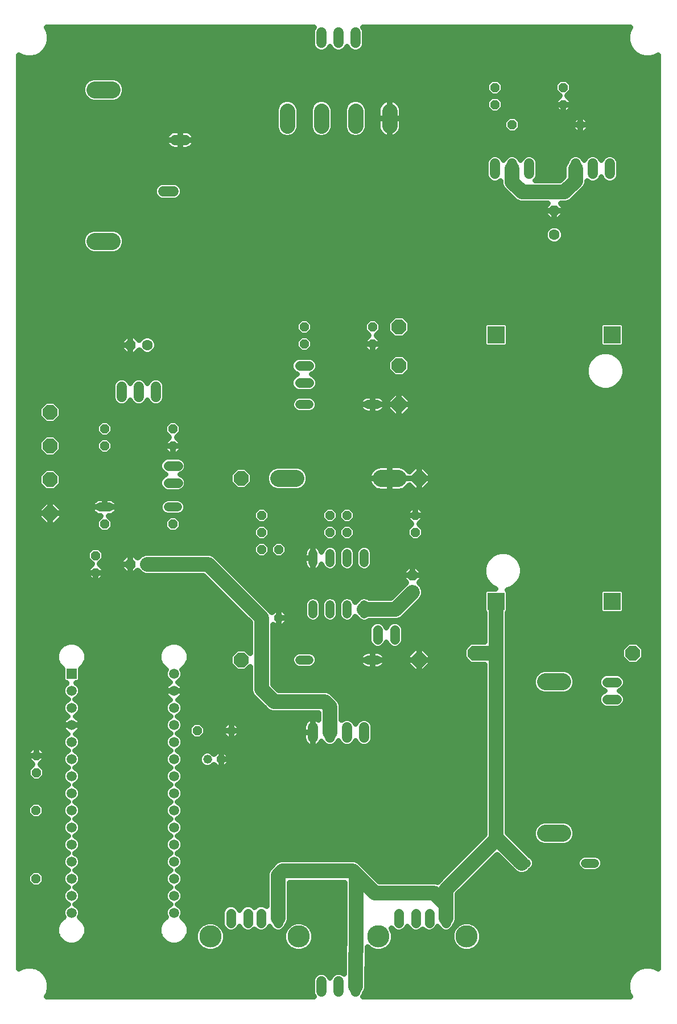
<source format=gbl>
G75*
%MOIN*%
%OFA0B0*%
%FSLAX25Y25*%
%IPPOS*%
%LPD*%
%AMOC8*
5,1,8,0,0,1.08239X$1,22.5*
%
%ADD10C,0.08850*%
%ADD11OC8,0.06300*%
%ADD12C,0.06300*%
%ADD13OC8,0.05200*%
%ADD14C,0.06000*%
%ADD15C,0.10000*%
%ADD16C,0.05200*%
%ADD17R,0.09843X0.09843*%
%ADD18R,0.05937X0.05937*%
%ADD19C,0.05937*%
%ADD20C,0.05200*%
%ADD21C,0.05740*%
%ADD22C,0.13055*%
%ADD23C,0.05600*%
%ADD24OC8,0.08500*%
%ADD25R,0.03962X0.03962*%
%ADD26C,0.03200*%
%ADD27C,0.08600*%
D10*
X0185238Y0573593D02*
X0185238Y0582443D01*
X0205238Y0582443D02*
X0205238Y0573593D01*
X0225238Y0573593D02*
X0225238Y0582443D01*
X0245238Y0582443D02*
X0245238Y0573593D01*
D11*
X0341616Y0523994D03*
X0258584Y0310735D03*
X0093210Y0317191D03*
X0093210Y0445420D03*
D12*
X0103210Y0445420D03*
X0103210Y0317191D03*
X0258584Y0300735D03*
X0341616Y0509994D03*
D13*
X0357009Y0574357D03*
X0346970Y0586168D03*
X0346970Y0596168D03*
X0317009Y0574357D03*
X0306970Y0586168D03*
X0306970Y0596168D03*
X0235238Y0455971D03*
X0235238Y0445971D03*
X0195238Y0445971D03*
X0195238Y0455971D03*
X0210238Y0345735D03*
X0210238Y0335735D03*
X0220238Y0335735D03*
X0220238Y0345735D03*
X0180238Y0325735D03*
X0170238Y0325735D03*
X0170238Y0335735D03*
X0170238Y0345735D03*
X0170238Y0285735D03*
X0180238Y0285735D03*
X0152403Y0219750D03*
X0146403Y0202979D03*
X0132403Y0219750D03*
X0073013Y0312191D03*
X0073013Y0322191D03*
X0078210Y0340577D03*
X0078210Y0386325D03*
X0078210Y0396325D03*
X0118210Y0396325D03*
X0118210Y0386325D03*
X0118210Y0340577D03*
X0038224Y0205181D03*
X0038224Y0195181D03*
X0038024Y0172985D03*
X0038024Y0132985D03*
X0260238Y0335735D03*
X0260238Y0345735D03*
D14*
X0230238Y0221648D02*
X0230238Y0215648D01*
X0220238Y0215648D02*
X0220238Y0221648D01*
X0210238Y0221648D02*
X0210238Y0215648D01*
X0200238Y0215648D02*
X0200238Y0221648D01*
X0205238Y0073144D02*
X0205238Y0067144D01*
X0215238Y0067144D02*
X0215238Y0073144D01*
X0225238Y0073144D02*
X0225238Y0067144D01*
X0108210Y0415097D02*
X0108210Y0421097D01*
X0098210Y0421097D02*
X0098210Y0415097D01*
X0088210Y0415097D02*
X0088210Y0421097D01*
X0112478Y0535459D02*
X0118478Y0535459D01*
X0119478Y0565459D02*
X0125478Y0565459D01*
X0205238Y0622262D02*
X0205238Y0628262D01*
X0215238Y0628262D02*
X0215238Y0622262D01*
X0225238Y0622262D02*
X0225238Y0628262D01*
X0306970Y0551609D02*
X0306970Y0545609D01*
X0316970Y0545609D02*
X0316970Y0551609D01*
X0326970Y0551609D02*
X0326970Y0545609D01*
X0354214Y0545609D02*
X0354214Y0551609D01*
X0364214Y0551609D02*
X0364214Y0545609D01*
X0374214Y0545609D02*
X0374214Y0551609D01*
D15*
X0250238Y0367388D02*
X0240238Y0367388D01*
X0190238Y0367388D02*
X0180238Y0367388D01*
X0082639Y0506159D02*
X0072639Y0506159D01*
X0072639Y0594759D02*
X0082639Y0594759D01*
X0336616Y0248302D02*
X0346616Y0248302D01*
X0346616Y0159702D02*
X0336616Y0159702D01*
D16*
X0325200Y0142191D02*
X0320000Y0142191D01*
X0360000Y0142191D02*
X0365200Y0142191D01*
X0237838Y0261089D02*
X0232638Y0261089D01*
X0230238Y0288135D02*
X0230238Y0293335D01*
X0220238Y0293335D02*
X0220238Y0288135D01*
X0210238Y0288135D02*
X0210238Y0293335D01*
X0200238Y0293335D02*
X0200238Y0288135D01*
X0197838Y0261089D02*
X0192638Y0261089D01*
X0200238Y0318135D02*
X0200238Y0323335D01*
X0210238Y0323335D02*
X0210238Y0318135D01*
X0220238Y0318135D02*
X0220238Y0323335D01*
X0230238Y0323335D02*
X0230238Y0318135D01*
X0232638Y0410695D02*
X0237838Y0410695D01*
X0197838Y0410695D02*
X0192638Y0410695D01*
X0120810Y0350577D02*
X0115610Y0350577D01*
X0080810Y0350577D02*
X0075610Y0350577D01*
D17*
X0307616Y0295294D03*
X0375616Y0295294D03*
X0375616Y0451294D03*
X0307616Y0451294D03*
D18*
X0058860Y0252979D03*
D19*
X0058860Y0242979D03*
X0058860Y0232979D03*
X0058860Y0222979D03*
X0058860Y0212979D03*
X0058860Y0202979D03*
X0058860Y0192979D03*
X0058860Y0182979D03*
X0058860Y0172979D03*
X0058860Y0162979D03*
X0058860Y0152979D03*
X0058860Y0142979D03*
X0058860Y0132979D03*
X0058860Y0122979D03*
X0058860Y0112979D03*
X0118860Y0112979D03*
X0118860Y0122979D03*
X0118860Y0132979D03*
X0118860Y0142979D03*
X0118860Y0152979D03*
X0118860Y0162979D03*
X0118860Y0172979D03*
X0118860Y0182979D03*
X0118860Y0192979D03*
X0118860Y0202979D03*
X0118860Y0212979D03*
X0118860Y0222979D03*
X0118860Y0232979D03*
X0118860Y0242979D03*
X0118860Y0252979D03*
D20*
X0138403Y0202979D03*
D21*
X0152246Y0112817D02*
X0152246Y0107077D01*
X0162088Y0107077D02*
X0162088Y0112817D01*
X0169962Y0112817D02*
X0169962Y0107077D01*
X0179805Y0107077D02*
X0179805Y0112817D01*
X0250671Y0112817D02*
X0250671Y0107077D01*
X0260513Y0107077D02*
X0260513Y0112817D01*
X0268387Y0112817D02*
X0268387Y0107077D01*
X0278230Y0107077D02*
X0278230Y0112817D01*
D22*
X0290317Y0099278D03*
X0238584Y0099278D03*
X0191891Y0099278D03*
X0140159Y0099278D03*
D23*
X0238224Y0273033D02*
X0238224Y0278633D01*
X0248224Y0278633D02*
X0248224Y0273033D01*
X0198038Y0423229D02*
X0192438Y0423229D01*
X0192438Y0433229D02*
X0198038Y0433229D01*
X0121069Y0374708D02*
X0115469Y0374708D01*
X0115469Y0364708D02*
X0121069Y0364708D01*
X0372624Y0248033D02*
X0378224Y0248033D01*
X0378224Y0238033D02*
X0372624Y0238033D01*
D24*
X0387624Y0265033D03*
X0295124Y0265033D03*
X0262482Y0261089D03*
X0262482Y0367388D03*
X0250671Y0410695D03*
X0250671Y0433333D03*
X0250671Y0455971D03*
X0158151Y0367388D03*
X0158151Y0261089D03*
X0046242Y0346955D03*
X0046242Y0366640D03*
X0046242Y0386325D03*
X0046242Y0406010D03*
D25*
X0046050Y0443094D03*
X0079857Y0445954D03*
X0079587Y0453583D03*
X0134561Y0558874D03*
X0133310Y0575465D03*
X0155300Y0605994D03*
X0142200Y0615394D03*
X0160800Y0518494D03*
X0166900Y0431594D03*
X0190789Y0325323D03*
X0190189Y0285623D03*
X0154021Y0230422D03*
X0164945Y0212940D03*
X0165103Y0202861D03*
X0189630Y0218964D03*
X0130100Y0253294D03*
X0085283Y0303717D03*
X0073239Y0303809D03*
X0046350Y0304194D03*
X0046450Y0331894D03*
X0098683Y0327917D03*
X0073600Y0225094D03*
X0072800Y0211994D03*
X0049100Y0213394D03*
X0089500Y0147294D03*
X0249189Y0260623D03*
X0274589Y0261123D03*
X0275800Y0217694D03*
X0273881Y0311553D03*
X0272682Y0318457D03*
X0257832Y0323057D03*
X0261632Y0357457D03*
X0274932Y0367357D03*
X0267300Y0408394D03*
X0305300Y0477294D03*
X0329980Y0519148D03*
X0330280Y0526048D03*
X0355080Y0508948D03*
X0371449Y0574768D03*
X0371243Y0587475D03*
X0358332Y0587656D03*
X0271400Y0523594D03*
X0267300Y0570094D03*
X0268908Y0579554D03*
X0267857Y0587419D03*
X0269200Y0604494D03*
X0394400Y0430994D03*
X0395000Y0375194D03*
X0394400Y0324994D03*
X0377800Y0184594D03*
X0396700Y0112194D03*
X0396900Y0094994D03*
D26*
X0045224Y0065551D02*
X0044289Y0063933D01*
X0200812Y0063933D01*
X0200660Y0064085D01*
X0199838Y0066070D01*
X0199838Y0074218D01*
X0200660Y0076203D01*
X0202179Y0077722D01*
X0204164Y0078544D01*
X0206312Y0078544D01*
X0208297Y0077722D01*
X0209816Y0076203D01*
X0210238Y0075184D01*
X0210660Y0076203D01*
X0212179Y0077722D01*
X0214164Y0078544D01*
X0216312Y0078544D01*
X0218297Y0077722D01*
X0218574Y0077445D01*
X0218735Y0109727D01*
X0218735Y0130885D01*
X0186505Y0130885D01*
X0186505Y0108615D01*
X0185485Y0106152D01*
X0184872Y0105539D01*
X0184409Y0104421D01*
X0186834Y0106846D01*
X0190116Y0108205D01*
X0193667Y0108205D01*
X0196948Y0106846D01*
X0199460Y0104335D01*
X0200819Y0101054D01*
X0200819Y0097502D01*
X0199460Y0094221D01*
X0196948Y0091710D01*
X0193667Y0090350D01*
X0190116Y0090350D01*
X0186834Y0091710D01*
X0184323Y0094221D01*
X0182964Y0097502D01*
X0182964Y0101054D01*
X0184187Y0104006D01*
X0182790Y0102609D01*
X0180853Y0101807D01*
X0178756Y0101807D01*
X0176819Y0102609D01*
X0175337Y0104092D01*
X0174883Y0105187D01*
X0174430Y0104092D01*
X0172947Y0102609D01*
X0171010Y0101807D01*
X0168914Y0101807D01*
X0166977Y0102609D01*
X0166025Y0103561D01*
X0165073Y0102609D01*
X0163136Y0101807D01*
X0161040Y0101807D01*
X0159103Y0102609D01*
X0157620Y0104092D01*
X0157167Y0105187D01*
X0156713Y0104092D01*
X0155231Y0102609D01*
X0153294Y0101807D01*
X0151197Y0101807D01*
X0149260Y0102609D01*
X0147864Y0104006D01*
X0149087Y0101054D01*
X0149087Y0097502D01*
X0147727Y0094221D01*
X0145216Y0091710D01*
X0141935Y0090350D01*
X0138383Y0090350D01*
X0135102Y0091710D01*
X0132591Y0094221D01*
X0131231Y0097502D01*
X0131231Y0101054D01*
X0132591Y0104335D01*
X0135102Y0106846D01*
X0138383Y0108205D01*
X0141935Y0108205D01*
X0145216Y0106846D01*
X0147642Y0104421D01*
X0146976Y0106029D01*
X0146976Y0113866D01*
X0147778Y0115803D01*
X0149260Y0117285D01*
X0151197Y0118087D01*
X0153294Y0118087D01*
X0155231Y0117285D01*
X0156713Y0115803D01*
X0157167Y0114708D01*
X0157620Y0115803D01*
X0159103Y0117285D01*
X0161040Y0118087D01*
X0163136Y0118087D01*
X0165073Y0117285D01*
X0166025Y0116333D01*
X0166977Y0117285D01*
X0168914Y0118087D01*
X0171010Y0118087D01*
X0172947Y0117285D01*
X0173105Y0117128D01*
X0173105Y0136280D01*
X0174125Y0138742D01*
X0176763Y0141380D01*
X0178647Y0143265D01*
X0181110Y0144285D01*
X0224878Y0144285D01*
X0227340Y0143265D01*
X0229230Y0141375D01*
X0229230Y0141375D01*
X0239172Y0131433D01*
X0272657Y0131433D01*
X0273203Y0131207D01*
X0300916Y0158919D01*
X0300916Y0258333D01*
X0293792Y0258333D01*
X0293671Y0258383D01*
X0292370Y0258383D01*
X0291450Y0259303D01*
X0291329Y0259353D01*
X0289444Y0261238D01*
X0289394Y0261359D01*
X0288474Y0262279D01*
X0288474Y0263580D01*
X0288424Y0263700D01*
X0288424Y0266366D01*
X0288474Y0266486D01*
X0288474Y0267788D01*
X0289394Y0268708D01*
X0289444Y0268828D01*
X0291329Y0270713D01*
X0291450Y0270763D01*
X0292370Y0271683D01*
X0293671Y0271683D01*
X0293792Y0271733D01*
X0300916Y0271733D01*
X0300916Y0288757D01*
X0300660Y0289013D01*
X0300294Y0289895D01*
X0300294Y0300692D01*
X0300660Y0301574D01*
X0301335Y0302250D01*
X0302217Y0302615D01*
X0307101Y0302615D01*
X0304551Y0304087D01*
X0302409Y0306229D01*
X0300894Y0308853D01*
X0300110Y0311779D01*
X0300110Y0314808D01*
X0300894Y0317735D01*
X0302409Y0320358D01*
X0304551Y0322500D01*
X0307175Y0324015D01*
X0310101Y0324799D01*
X0313130Y0324799D01*
X0316057Y0324015D01*
X0318680Y0322500D01*
X0320822Y0320358D01*
X0322337Y0317735D01*
X0323121Y0314808D01*
X0323121Y0311779D01*
X0322337Y0308853D01*
X0320822Y0306229D01*
X0318680Y0304087D01*
X0316057Y0302572D01*
X0314098Y0302048D01*
X0314572Y0301574D01*
X0314937Y0300692D01*
X0314937Y0289895D01*
X0314572Y0289013D01*
X0314316Y0288757D01*
X0314316Y0159951D01*
X0327698Y0146569D01*
X0328032Y0146430D01*
X0329439Y0145024D01*
X0330200Y0143186D01*
X0330200Y0141197D01*
X0329439Y0139359D01*
X0328032Y0137953D01*
X0327698Y0137814D01*
X0326395Y0136511D01*
X0323933Y0135491D01*
X0321267Y0135491D01*
X0318805Y0136511D01*
X0317502Y0137814D01*
X0317168Y0137953D01*
X0315761Y0139359D01*
X0315623Y0139693D01*
X0308131Y0147185D01*
X0284930Y0123983D01*
X0284930Y0108615D01*
X0283910Y0106152D01*
X0283297Y0105539D01*
X0282834Y0104421D01*
X0285259Y0106846D01*
X0288541Y0108205D01*
X0292092Y0108205D01*
X0295374Y0106846D01*
X0297885Y0104335D01*
X0299244Y0101054D01*
X0299244Y0097502D01*
X0297885Y0094221D01*
X0295374Y0091710D01*
X0292092Y0090350D01*
X0288541Y0090350D01*
X0285259Y0091710D01*
X0282748Y0094221D01*
X0281389Y0097502D01*
X0281389Y0101054D01*
X0282612Y0104006D01*
X0281215Y0102609D01*
X0279278Y0101807D01*
X0277182Y0101807D01*
X0275245Y0102609D01*
X0273762Y0104092D01*
X0273309Y0105187D01*
X0272855Y0104092D01*
X0271373Y0102609D01*
X0269436Y0101807D01*
X0267339Y0101807D01*
X0265402Y0102609D01*
X0264450Y0103561D01*
X0263499Y0102609D01*
X0261562Y0101807D01*
X0259465Y0101807D01*
X0257528Y0102609D01*
X0256046Y0104092D01*
X0255592Y0105187D01*
X0255139Y0104092D01*
X0253656Y0102609D01*
X0251719Y0101807D01*
X0249623Y0101807D01*
X0247686Y0102609D01*
X0246289Y0104006D01*
X0247512Y0101054D01*
X0247512Y0097502D01*
X0246153Y0094221D01*
X0243641Y0091710D01*
X0240360Y0090350D01*
X0236808Y0090350D01*
X0233527Y0091710D01*
X0232170Y0093067D01*
X0231938Y0070093D01*
X0231931Y0068778D01*
X0231924Y0068762D01*
X0231924Y0068744D01*
X0231408Y0067533D01*
X0230899Y0066321D01*
X0230886Y0066308D01*
X0230879Y0066292D01*
X0230627Y0066045D01*
X0229816Y0064085D01*
X0229663Y0063933D01*
X0386186Y0063933D01*
X0385252Y0065551D01*
X0384441Y0068578D01*
X0384441Y0071711D01*
X0385252Y0074737D01*
X0386818Y0077450D01*
X0389034Y0079666D01*
X0391747Y0081232D01*
X0394774Y0082043D01*
X0397907Y0082043D01*
X0400933Y0081232D01*
X0402551Y0080298D01*
X0402551Y0615108D01*
X0400933Y0614174D01*
X0397907Y0613363D01*
X0394774Y0613363D01*
X0391747Y0614174D01*
X0389034Y0615740D01*
X0386818Y0617956D01*
X0385252Y0620669D01*
X0384441Y0623696D01*
X0384441Y0626829D01*
X0385252Y0629855D01*
X0386186Y0631473D01*
X0229663Y0631473D01*
X0229816Y0631321D01*
X0230638Y0629336D01*
X0230638Y0621188D01*
X0229816Y0619203D01*
X0228297Y0617684D01*
X0226312Y0616862D01*
X0224164Y0616862D01*
X0222179Y0617684D01*
X0220660Y0619203D01*
X0220238Y0620222D01*
X0219816Y0619203D01*
X0218297Y0617684D01*
X0216312Y0616862D01*
X0214164Y0616862D01*
X0212179Y0617684D01*
X0210660Y0619203D01*
X0210238Y0620222D01*
X0209816Y0619203D01*
X0208297Y0617684D01*
X0206312Y0616862D01*
X0204164Y0616862D01*
X0202179Y0617684D01*
X0200660Y0619203D01*
X0199838Y0621188D01*
X0199838Y0629336D01*
X0200660Y0631321D01*
X0200812Y0631473D01*
X0044289Y0631473D01*
X0045224Y0629855D01*
X0046035Y0626829D01*
X0046035Y0623696D01*
X0045224Y0620669D01*
X0043657Y0617956D01*
X0041442Y0615740D01*
X0038728Y0614174D01*
X0035702Y0613363D01*
X0032569Y0613363D01*
X0029542Y0614174D01*
X0027924Y0615108D01*
X0027924Y0080298D01*
X0029542Y0081232D01*
X0032569Y0082043D01*
X0035702Y0082043D01*
X0038728Y0081232D01*
X0041442Y0079666D01*
X0043657Y0077450D01*
X0045224Y0074737D01*
X0046035Y0071711D01*
X0046035Y0068578D01*
X0045224Y0065551D01*
X0044750Y0064730D02*
X0200393Y0064730D01*
X0199838Y0067929D02*
X0045861Y0067929D01*
X0046035Y0071127D02*
X0199838Y0071127D01*
X0199882Y0074326D02*
X0045334Y0074326D01*
X0043583Y0077524D02*
X0201981Y0077524D01*
X0208494Y0077524D02*
X0211981Y0077524D01*
X0218494Y0077524D02*
X0218574Y0077524D01*
X0218590Y0080723D02*
X0039611Y0080723D01*
X0028660Y0080723D02*
X0027924Y0080723D01*
X0027924Y0083921D02*
X0218606Y0083921D01*
X0218622Y0087120D02*
X0027924Y0087120D01*
X0027924Y0090318D02*
X0218638Y0090318D01*
X0218654Y0093517D02*
X0198756Y0093517D01*
X0200493Y0096715D02*
X0218670Y0096715D01*
X0218686Y0099914D02*
X0200819Y0099914D01*
X0199966Y0103112D02*
X0218702Y0103112D01*
X0218718Y0106311D02*
X0197484Y0106311D01*
X0186299Y0106311D02*
X0185550Y0106311D01*
X0186505Y0109509D02*
X0218734Y0109509D01*
X0218735Y0112708D02*
X0186505Y0112708D01*
X0186505Y0115906D02*
X0218735Y0115906D01*
X0218735Y0119105D02*
X0186505Y0119105D01*
X0186505Y0122303D02*
X0218735Y0122303D01*
X0218735Y0125502D02*
X0186505Y0125502D01*
X0186505Y0128700D02*
X0218735Y0128700D01*
X0229111Y0141494D02*
X0283491Y0141494D01*
X0280292Y0138296D02*
X0232309Y0138296D01*
X0235508Y0135097D02*
X0277094Y0135097D01*
X0273895Y0131899D02*
X0238706Y0131899D01*
X0246659Y0103112D02*
X0247183Y0103112D01*
X0247512Y0099914D02*
X0281389Y0099914D01*
X0281718Y0103112D02*
X0282242Y0103112D01*
X0283976Y0106311D02*
X0284724Y0106311D01*
X0284930Y0109509D02*
X0402551Y0109509D01*
X0402551Y0106311D02*
X0295909Y0106311D01*
X0298391Y0103112D02*
X0402551Y0103112D01*
X0402551Y0099914D02*
X0299244Y0099914D01*
X0298918Y0096715D02*
X0402551Y0096715D01*
X0402551Y0093517D02*
X0297181Y0093517D01*
X0283452Y0093517D02*
X0245448Y0093517D01*
X0247186Y0096715D02*
X0281715Y0096715D01*
X0274742Y0103112D02*
X0271875Y0103112D01*
X0264899Y0103112D02*
X0264001Y0103112D01*
X0257025Y0103112D02*
X0254159Y0103112D01*
X0232142Y0090318D02*
X0402551Y0090318D01*
X0402551Y0087120D02*
X0232110Y0087120D01*
X0232077Y0083921D02*
X0402551Y0083921D01*
X0402551Y0080723D02*
X0401816Y0080723D01*
X0390864Y0080723D02*
X0232045Y0080723D01*
X0232013Y0077524D02*
X0386892Y0077524D01*
X0385142Y0074326D02*
X0231980Y0074326D01*
X0231948Y0071127D02*
X0384441Y0071127D01*
X0384615Y0067929D02*
X0231577Y0067929D01*
X0230083Y0064730D02*
X0385726Y0064730D01*
X0402551Y0112708D02*
X0284930Y0112708D01*
X0284930Y0115906D02*
X0402551Y0115906D01*
X0402551Y0119105D02*
X0284930Y0119105D01*
X0284930Y0122303D02*
X0402551Y0122303D01*
X0402551Y0125502D02*
X0286449Y0125502D01*
X0289647Y0128700D02*
X0402551Y0128700D01*
X0402551Y0131899D02*
X0292846Y0131899D01*
X0296044Y0135097D02*
X0402551Y0135097D01*
X0402551Y0138296D02*
X0368376Y0138296D01*
X0368032Y0137953D02*
X0369439Y0139359D01*
X0370200Y0141197D01*
X0370200Y0143186D01*
X0369439Y0145024D01*
X0368032Y0146430D01*
X0366195Y0147191D01*
X0359005Y0147191D01*
X0357168Y0146430D01*
X0355761Y0145024D01*
X0355000Y0143186D01*
X0355000Y0141197D01*
X0355761Y0139359D01*
X0357168Y0137953D01*
X0359005Y0137191D01*
X0366195Y0137191D01*
X0368032Y0137953D01*
X0370200Y0141494D02*
X0402551Y0141494D01*
X0402551Y0144693D02*
X0369576Y0144693D01*
X0355624Y0144693D02*
X0329576Y0144693D01*
X0330200Y0141494D02*
X0355000Y0141494D01*
X0356824Y0138296D02*
X0328376Y0138296D01*
X0326375Y0147891D02*
X0402551Y0147891D01*
X0402551Y0151090D02*
X0323177Y0151090D01*
X0319978Y0154288D02*
X0331565Y0154288D01*
X0332424Y0153429D02*
X0335144Y0152302D01*
X0348088Y0152302D01*
X0350808Y0153429D01*
X0352889Y0155511D01*
X0354016Y0158230D01*
X0354016Y0161174D01*
X0352889Y0163894D01*
X0350808Y0165976D01*
X0348088Y0167102D01*
X0335144Y0167102D01*
X0332424Y0165976D01*
X0330342Y0163894D01*
X0329216Y0161174D01*
X0329216Y0158230D01*
X0330342Y0155511D01*
X0332424Y0153429D01*
X0329524Y0157487D02*
X0316780Y0157487D01*
X0314316Y0160685D02*
X0329216Y0160685D01*
X0330338Y0163884D02*
X0314316Y0163884D01*
X0314316Y0167082D02*
X0335096Y0167082D01*
X0348136Y0167082D02*
X0402551Y0167082D01*
X0402551Y0163884D02*
X0352893Y0163884D01*
X0354016Y0160685D02*
X0402551Y0160685D01*
X0402551Y0157487D02*
X0353708Y0157487D01*
X0351667Y0154288D02*
X0402551Y0154288D01*
X0402551Y0170281D02*
X0314316Y0170281D01*
X0314316Y0173479D02*
X0402551Y0173479D01*
X0402551Y0176678D02*
X0314316Y0176678D01*
X0314316Y0179877D02*
X0402551Y0179877D01*
X0402551Y0183075D02*
X0314316Y0183075D01*
X0314316Y0186274D02*
X0402551Y0186274D01*
X0402551Y0189472D02*
X0314316Y0189472D01*
X0314316Y0192671D02*
X0402551Y0192671D01*
X0402551Y0195869D02*
X0314316Y0195869D01*
X0314316Y0199068D02*
X0402551Y0199068D01*
X0402551Y0202266D02*
X0314316Y0202266D01*
X0314316Y0205465D02*
X0402551Y0205465D01*
X0402551Y0208663D02*
X0314316Y0208663D01*
X0314316Y0211862D02*
X0402551Y0211862D01*
X0402551Y0215060D02*
X0314316Y0215060D01*
X0314316Y0218259D02*
X0402551Y0218259D01*
X0402551Y0221457D02*
X0314316Y0221457D01*
X0314316Y0224656D02*
X0402551Y0224656D01*
X0402551Y0227854D02*
X0314316Y0227854D01*
X0314316Y0231053D02*
X0402551Y0231053D01*
X0402551Y0234251D02*
X0381796Y0234251D01*
X0381170Y0233625D02*
X0382633Y0235087D01*
X0383424Y0236999D01*
X0383424Y0239067D01*
X0382633Y0240979D01*
X0381170Y0242441D01*
X0379742Y0243033D01*
X0381170Y0243625D01*
X0382633Y0245087D01*
X0383424Y0246999D01*
X0383424Y0249067D01*
X0382633Y0250979D01*
X0381170Y0252441D01*
X0379259Y0253233D01*
X0371590Y0253233D01*
X0369679Y0252441D01*
X0368216Y0250979D01*
X0367424Y0249067D01*
X0367424Y0246999D01*
X0368216Y0245087D01*
X0369679Y0243625D01*
X0371107Y0243033D01*
X0369679Y0242441D01*
X0368216Y0240979D01*
X0367424Y0239067D01*
X0367424Y0236999D01*
X0368216Y0235087D01*
X0369679Y0233625D01*
X0371590Y0232833D01*
X0379259Y0232833D01*
X0381170Y0233625D01*
X0383424Y0237450D02*
X0402551Y0237450D01*
X0402551Y0240648D02*
X0382770Y0240648D01*
X0381392Y0243847D02*
X0402551Y0243847D01*
X0402551Y0247045D02*
X0383424Y0247045D01*
X0382937Y0250244D02*
X0402551Y0250244D01*
X0402551Y0253442D02*
X0351941Y0253442D01*
X0352889Y0252494D02*
X0350808Y0254576D01*
X0348088Y0255702D01*
X0335144Y0255702D01*
X0332424Y0254576D01*
X0330342Y0252494D01*
X0329216Y0249774D01*
X0329216Y0246830D01*
X0330342Y0244111D01*
X0332424Y0242029D01*
X0335144Y0240902D01*
X0348088Y0240902D01*
X0350808Y0242029D01*
X0352889Y0244111D01*
X0354016Y0246830D01*
X0354016Y0249774D01*
X0352889Y0252494D01*
X0353821Y0250244D02*
X0367912Y0250244D01*
X0367424Y0247045D02*
X0354016Y0247045D01*
X0352625Y0243847D02*
X0369457Y0243847D01*
X0368079Y0240648D02*
X0314316Y0240648D01*
X0314316Y0237450D02*
X0367424Y0237450D01*
X0369052Y0234251D02*
X0314316Y0234251D01*
X0314316Y0243847D02*
X0330606Y0243847D01*
X0329216Y0247045D02*
X0314316Y0247045D01*
X0314316Y0250244D02*
X0329410Y0250244D01*
X0331290Y0253442D02*
X0314316Y0253442D01*
X0314316Y0256641D02*
X0402551Y0256641D01*
X0402551Y0259839D02*
X0391835Y0259839D01*
X0390379Y0258383D02*
X0394274Y0262279D01*
X0394274Y0267788D01*
X0390379Y0271683D01*
X0384870Y0271683D01*
X0380974Y0267788D01*
X0380974Y0262279D01*
X0384870Y0258383D01*
X0390379Y0258383D01*
X0394274Y0263038D02*
X0402551Y0263038D01*
X0402551Y0266236D02*
X0394274Y0266236D01*
X0392627Y0269435D02*
X0402551Y0269435D01*
X0402551Y0272633D02*
X0314316Y0272633D01*
X0314316Y0269435D02*
X0382622Y0269435D01*
X0380974Y0266236D02*
X0314316Y0266236D01*
X0314316Y0263038D02*
X0380974Y0263038D01*
X0383414Y0259839D02*
X0314316Y0259839D01*
X0300916Y0256641D02*
X0267721Y0256641D01*
X0269332Y0258252D02*
X0269332Y0261089D01*
X0269332Y0263926D01*
X0265319Y0267939D01*
X0262482Y0267939D01*
X0262482Y0261089D01*
X0269332Y0261089D01*
X0262482Y0261089D01*
X0262482Y0261089D01*
X0262482Y0261089D01*
X0262482Y0254239D01*
X0265319Y0254239D01*
X0269332Y0258252D01*
X0269332Y0259839D02*
X0290843Y0259839D01*
X0288474Y0263038D02*
X0269332Y0263038D01*
X0267022Y0266236D02*
X0288424Y0266236D01*
X0290051Y0269435D02*
X0251980Y0269435D01*
X0252633Y0270088D02*
X0253424Y0271999D01*
X0253424Y0279667D01*
X0252633Y0281579D01*
X0251170Y0283041D01*
X0249259Y0283833D01*
X0247190Y0283833D01*
X0245279Y0283041D01*
X0243816Y0281579D01*
X0243224Y0280150D01*
X0242633Y0281579D01*
X0241170Y0283041D01*
X0239259Y0283833D01*
X0237190Y0283833D01*
X0235279Y0283041D01*
X0233816Y0281579D01*
X0233024Y0279667D01*
X0233024Y0271999D01*
X0233816Y0270088D01*
X0235279Y0268625D01*
X0237190Y0267833D01*
X0239259Y0267833D01*
X0241170Y0268625D01*
X0242633Y0270088D01*
X0243224Y0271516D01*
X0243816Y0270088D01*
X0245279Y0268625D01*
X0247190Y0267833D01*
X0249259Y0267833D01*
X0251170Y0268625D01*
X0252633Y0270088D01*
X0253424Y0272633D02*
X0300916Y0272633D01*
X0300916Y0275832D02*
X0253424Y0275832D01*
X0253424Y0279030D02*
X0300916Y0279030D01*
X0300916Y0282229D02*
X0251983Y0282229D01*
X0249917Y0284035D02*
X0252379Y0285055D01*
X0264264Y0296939D01*
X0265284Y0299402D01*
X0265284Y0302067D01*
X0264264Y0304530D01*
X0262388Y0306406D01*
X0264334Y0308353D01*
X0264334Y0310735D01*
X0264334Y0313116D01*
X0260966Y0316485D01*
X0258584Y0316485D01*
X0256203Y0316485D01*
X0252834Y0313116D01*
X0252834Y0310735D01*
X0258584Y0310735D01*
X0258584Y0316485D01*
X0258584Y0310735D01*
X0258584Y0310735D01*
X0258584Y0310735D01*
X0252834Y0310735D01*
X0252834Y0308353D01*
X0254781Y0306406D01*
X0245809Y0297435D01*
X0233209Y0297435D01*
X0233070Y0297573D01*
X0231232Y0298335D01*
X0229243Y0298335D01*
X0227406Y0297573D01*
X0225999Y0296167D01*
X0225861Y0295833D01*
X0224980Y0294952D01*
X0224477Y0296167D01*
X0223070Y0297573D01*
X0221232Y0298335D01*
X0219243Y0298335D01*
X0217406Y0297573D01*
X0215999Y0296167D01*
X0215238Y0294329D01*
X0214477Y0296167D01*
X0213070Y0297573D01*
X0211232Y0298335D01*
X0209243Y0298335D01*
X0207406Y0297573D01*
X0205999Y0296167D01*
X0205238Y0294329D01*
X0204477Y0296167D01*
X0203070Y0297573D01*
X0201232Y0298335D01*
X0199243Y0298335D01*
X0197406Y0297573D01*
X0195999Y0296167D01*
X0195238Y0294329D01*
X0195238Y0287140D01*
X0195999Y0285302D01*
X0197406Y0283896D01*
X0199243Y0283135D01*
X0201232Y0283135D01*
X0203070Y0283896D01*
X0204477Y0285302D01*
X0205238Y0287140D01*
X0205238Y0294329D01*
X0205238Y0287140D01*
X0205999Y0285302D01*
X0207406Y0283896D01*
X0209243Y0283135D01*
X0211232Y0283135D01*
X0213070Y0283896D01*
X0214477Y0285302D01*
X0215238Y0287140D01*
X0215238Y0294329D01*
X0215238Y0287140D01*
X0215999Y0285302D01*
X0217406Y0283896D01*
X0219243Y0283135D01*
X0221232Y0283135D01*
X0223070Y0283896D01*
X0224477Y0285302D01*
X0224980Y0286517D01*
X0225861Y0285637D01*
X0225999Y0285302D01*
X0227406Y0283896D01*
X0229243Y0283135D01*
X0231232Y0283135D01*
X0233070Y0283896D01*
X0233209Y0284035D01*
X0249917Y0284035D01*
X0252752Y0285427D02*
X0300916Y0285427D01*
X0300916Y0288626D02*
X0255951Y0288626D01*
X0259149Y0291824D02*
X0300294Y0291824D01*
X0300294Y0295023D02*
X0262348Y0295023D01*
X0264795Y0298221D02*
X0300294Y0298221D01*
X0300596Y0301420D02*
X0265284Y0301420D01*
X0264176Y0304618D02*
X0304020Y0304618D01*
X0301492Y0307817D02*
X0263798Y0307817D01*
X0264334Y0310735D02*
X0258584Y0310735D01*
X0264334Y0310735D01*
X0264334Y0311015D02*
X0300315Y0311015D01*
X0300110Y0314214D02*
X0263237Y0314214D01*
X0258584Y0314214D02*
X0258584Y0314214D01*
X0258584Y0311015D02*
X0258584Y0311015D01*
X0258584Y0310735D02*
X0258584Y0310735D01*
X0252834Y0311015D02*
X0154432Y0311015D01*
X0157631Y0307817D02*
X0253370Y0307817D01*
X0252993Y0304618D02*
X0160829Y0304618D01*
X0164028Y0301420D02*
X0249794Y0301420D01*
X0246596Y0298221D02*
X0231506Y0298221D01*
X0228970Y0298221D02*
X0221506Y0298221D01*
X0218970Y0298221D02*
X0211506Y0298221D01*
X0208970Y0298221D02*
X0201506Y0298221D01*
X0198970Y0298221D02*
X0167226Y0298221D01*
X0170425Y0295023D02*
X0195525Y0295023D01*
X0195238Y0291824D02*
X0173623Y0291824D01*
X0175918Y0289530D02*
X0142576Y0322871D01*
X0140114Y0323891D01*
X0101878Y0323891D01*
X0099415Y0322871D01*
X0097538Y0320995D01*
X0095592Y0322941D01*
X0093210Y0322941D01*
X0090829Y0322941D01*
X0087460Y0319573D01*
X0087460Y0317191D01*
X0087460Y0314810D01*
X0090829Y0311441D01*
X0093210Y0311441D01*
X0093210Y0317191D01*
X0093210Y0317191D01*
X0087460Y0317191D01*
X0093210Y0317191D01*
X0093210Y0317191D01*
X0093210Y0311441D01*
X0095592Y0311441D01*
X0097538Y0313388D01*
X0099415Y0311511D01*
X0101878Y0310491D01*
X0136006Y0310491D01*
X0163538Y0282959D01*
X0163538Y0265107D01*
X0160906Y0267739D01*
X0155397Y0267739D01*
X0151501Y0263843D01*
X0151501Y0258334D01*
X0155397Y0254439D01*
X0160906Y0254439D01*
X0163538Y0257071D01*
X0163538Y0242591D01*
X0164558Y0240128D01*
X0171723Y0232963D01*
X0173608Y0231078D01*
X0176070Y0230058D01*
X0203524Y0230058D01*
X0203524Y0226182D01*
X0203173Y0226438D01*
X0202387Y0226838D01*
X0201549Y0227110D01*
X0200679Y0227248D01*
X0200238Y0227248D01*
X0200238Y0218648D01*
X0200238Y0210048D01*
X0200679Y0210048D01*
X0201549Y0210186D01*
X0202387Y0210458D01*
X0203173Y0210858D01*
X0203886Y0211377D01*
X0204509Y0212000D01*
X0205027Y0212713D01*
X0205348Y0213342D01*
X0205660Y0212589D01*
X0207179Y0211070D01*
X0209164Y0210248D01*
X0211312Y0210248D01*
X0213297Y0211070D01*
X0214816Y0212589D01*
X0215238Y0213608D01*
X0215660Y0212589D01*
X0217179Y0211070D01*
X0219164Y0210248D01*
X0221312Y0210248D01*
X0223297Y0211070D01*
X0224816Y0212589D01*
X0225238Y0213608D01*
X0225660Y0212589D01*
X0227179Y0211070D01*
X0229164Y0210248D01*
X0231312Y0210248D01*
X0233297Y0211070D01*
X0234816Y0212589D01*
X0235638Y0214574D01*
X0235638Y0222722D01*
X0234816Y0224707D01*
X0233297Y0226226D01*
X0231312Y0227048D01*
X0229164Y0227048D01*
X0227179Y0226226D01*
X0225660Y0224707D01*
X0225238Y0223688D01*
X0224816Y0224707D01*
X0223297Y0226226D01*
X0221312Y0227048D01*
X0219164Y0227048D01*
X0217179Y0226226D01*
X0216924Y0225971D01*
X0216924Y0234966D01*
X0215904Y0237428D01*
X0214020Y0239313D01*
X0212779Y0240553D01*
X0212779Y0240554D01*
X0210894Y0242438D01*
X0208432Y0243458D01*
X0180178Y0243458D01*
X0176938Y0246699D01*
X0176938Y0281681D01*
X0178084Y0280535D01*
X0180238Y0280535D01*
X0182392Y0280535D01*
X0185438Y0283581D01*
X0185438Y0285735D01*
X0185438Y0287889D01*
X0182392Y0290935D01*
X0180238Y0290935D01*
X0180238Y0285735D01*
X0180238Y0285735D01*
X0185438Y0285735D01*
X0180238Y0285735D01*
X0180238Y0285735D01*
X0180238Y0290935D01*
X0178084Y0290935D01*
X0176141Y0288991D01*
X0175918Y0289530D01*
X0180238Y0288626D02*
X0180238Y0288626D01*
X0180238Y0285735D02*
X0180238Y0280535D01*
X0180238Y0285735D01*
X0180238Y0285735D01*
X0180238Y0285427D02*
X0180238Y0285427D01*
X0180238Y0282229D02*
X0180238Y0282229D01*
X0184086Y0282229D02*
X0234466Y0282229D01*
X0233024Y0279030D02*
X0176938Y0279030D01*
X0176938Y0275832D02*
X0233024Y0275832D01*
X0233024Y0272633D02*
X0176938Y0272633D01*
X0176938Y0269435D02*
X0234469Y0269435D01*
X0235238Y0266289D02*
X0232229Y0266289D01*
X0231420Y0266161D01*
X0230642Y0265908D01*
X0229912Y0265536D01*
X0229250Y0265055D01*
X0228671Y0264477D01*
X0228190Y0263814D01*
X0227819Y0263085D01*
X0227566Y0262307D01*
X0227438Y0261498D01*
X0227438Y0261089D01*
X0227438Y0260680D01*
X0227566Y0259871D01*
X0227819Y0259093D01*
X0228190Y0258364D01*
X0228671Y0257701D01*
X0229250Y0257123D01*
X0229912Y0256642D01*
X0230642Y0256270D01*
X0231420Y0256017D01*
X0232229Y0255889D01*
X0235238Y0255889D01*
X0238247Y0255889D01*
X0239055Y0256017D01*
X0239834Y0256270D01*
X0240563Y0256642D01*
X0241225Y0257123D01*
X0241804Y0257701D01*
X0242285Y0258364D01*
X0242657Y0259093D01*
X0242910Y0259871D01*
X0243038Y0260680D01*
X0243038Y0261089D01*
X0243038Y0261498D01*
X0242910Y0262307D01*
X0242657Y0263085D01*
X0242285Y0263814D01*
X0241804Y0264477D01*
X0241225Y0265055D01*
X0240563Y0265536D01*
X0239834Y0265908D01*
X0239055Y0266161D01*
X0238247Y0266289D01*
X0235238Y0266289D01*
X0235238Y0261089D01*
X0243038Y0261089D01*
X0235238Y0261089D01*
X0235238Y0261089D01*
X0235238Y0261089D01*
X0235238Y0255889D01*
X0235238Y0261089D01*
X0235238Y0261089D01*
X0235238Y0266289D01*
X0235238Y0266236D02*
X0235238Y0266236D01*
X0235238Y0263038D02*
X0235238Y0263038D01*
X0235238Y0261089D02*
X0235238Y0261089D01*
X0227438Y0261089D01*
X0235238Y0261089D01*
X0235238Y0259839D02*
X0235238Y0259839D01*
X0235238Y0256641D02*
X0235238Y0256641D01*
X0240562Y0256641D02*
X0257243Y0256641D01*
X0255632Y0258252D02*
X0259645Y0254239D01*
X0262482Y0254239D01*
X0262482Y0261089D01*
X0262482Y0261089D01*
X0262482Y0267939D01*
X0259645Y0267939D01*
X0255632Y0263926D01*
X0255632Y0261089D01*
X0262482Y0261089D01*
X0262482Y0261089D01*
X0255632Y0261089D01*
X0255632Y0258252D01*
X0255632Y0259839D02*
X0242899Y0259839D01*
X0242672Y0263038D02*
X0255632Y0263038D01*
X0257942Y0266236D02*
X0238580Y0266236D01*
X0241980Y0269435D02*
X0244469Y0269435D01*
X0244466Y0282229D02*
X0241983Y0282229D01*
X0231896Y0266236D02*
X0176938Y0266236D01*
X0176938Y0263038D02*
X0188033Y0263038D01*
X0188399Y0263921D02*
X0187638Y0262084D01*
X0187638Y0260094D01*
X0188399Y0258257D01*
X0189806Y0256850D01*
X0191643Y0256089D01*
X0198832Y0256089D01*
X0200670Y0256850D01*
X0202077Y0258257D01*
X0202838Y0260094D01*
X0202838Y0262084D01*
X0202077Y0263921D01*
X0200670Y0265328D01*
X0198832Y0266089D01*
X0191643Y0266089D01*
X0189806Y0265328D01*
X0188399Y0263921D01*
X0187743Y0259839D02*
X0176938Y0259839D01*
X0176938Y0256641D02*
X0190311Y0256641D01*
X0179790Y0243847D02*
X0300916Y0243847D01*
X0300916Y0247045D02*
X0176938Y0247045D01*
X0176938Y0250244D02*
X0300916Y0250244D01*
X0300916Y0253442D02*
X0176938Y0253442D01*
X0163538Y0253442D02*
X0124228Y0253442D01*
X0124228Y0254047D02*
X0123671Y0255392D01*
X0123873Y0255476D01*
X0126362Y0257966D01*
X0127710Y0261218D01*
X0127710Y0264739D01*
X0126362Y0267992D01*
X0123873Y0270481D01*
X0120620Y0271829D01*
X0117099Y0271829D01*
X0113847Y0270481D01*
X0111357Y0267992D01*
X0110010Y0264739D01*
X0110010Y0261218D01*
X0111357Y0257966D01*
X0113847Y0255476D01*
X0114049Y0255392D01*
X0113491Y0254047D01*
X0113491Y0251911D01*
X0114309Y0249938D01*
X0115819Y0248428D01*
X0116629Y0248092D01*
X0115941Y0247741D01*
X0115232Y0247226D01*
X0114612Y0246606D01*
X0114097Y0245897D01*
X0113699Y0245116D01*
X0113428Y0244283D01*
X0113291Y0243417D01*
X0113291Y0242979D01*
X0118860Y0242979D01*
X0124428Y0242979D01*
X0124428Y0243417D01*
X0124291Y0244283D01*
X0124020Y0245116D01*
X0123622Y0245897D01*
X0123107Y0246606D01*
X0122487Y0247226D01*
X0121778Y0247741D01*
X0121090Y0248092D01*
X0121901Y0248428D01*
X0123411Y0249938D01*
X0124228Y0251911D01*
X0124228Y0254047D01*
X0125038Y0256641D02*
X0153195Y0256641D01*
X0151501Y0259839D02*
X0127139Y0259839D01*
X0127710Y0263038D02*
X0151501Y0263038D01*
X0153894Y0266236D02*
X0127090Y0266236D01*
X0124920Y0269435D02*
X0163538Y0269435D01*
X0163538Y0272633D02*
X0027924Y0272633D01*
X0027924Y0269435D02*
X0052800Y0269435D01*
X0053847Y0270481D02*
X0051357Y0267992D01*
X0050010Y0264739D01*
X0050010Y0261218D01*
X0051357Y0257966D01*
X0053491Y0255831D01*
X0053491Y0249533D01*
X0053857Y0248651D01*
X0054532Y0247976D01*
X0055414Y0247610D01*
X0056013Y0247610D01*
X0055819Y0247530D01*
X0054309Y0246020D01*
X0053491Y0244047D01*
X0053491Y0241911D01*
X0054309Y0239938D01*
X0055819Y0238428D01*
X0056902Y0237979D01*
X0055819Y0237530D01*
X0054309Y0236020D01*
X0053491Y0234047D01*
X0053491Y0231911D01*
X0054309Y0229938D01*
X0055819Y0228428D01*
X0056629Y0228092D01*
X0055941Y0227741D01*
X0055232Y0227226D01*
X0054612Y0226606D01*
X0054097Y0225897D01*
X0053699Y0225116D01*
X0053428Y0224283D01*
X0053291Y0223417D01*
X0053291Y0222979D01*
X0058860Y0222979D01*
X0064428Y0222979D01*
X0064428Y0223417D01*
X0064291Y0224283D01*
X0064020Y0225116D01*
X0063622Y0225897D01*
X0063107Y0226606D01*
X0062487Y0227226D01*
X0061778Y0227741D01*
X0061090Y0228092D01*
X0061901Y0228428D01*
X0063411Y0229938D01*
X0064228Y0231911D01*
X0064228Y0234047D01*
X0063411Y0236020D01*
X0061901Y0237530D01*
X0060817Y0237979D01*
X0061901Y0238428D01*
X0063411Y0239938D01*
X0064228Y0241911D01*
X0064228Y0244047D01*
X0063411Y0246020D01*
X0061901Y0247530D01*
X0061707Y0247610D01*
X0062306Y0247610D01*
X0063188Y0247976D01*
X0063863Y0248651D01*
X0064228Y0249533D01*
X0064228Y0255831D01*
X0066363Y0257966D01*
X0067710Y0261218D01*
X0067710Y0264739D01*
X0066363Y0267992D01*
X0063873Y0270481D01*
X0060620Y0271829D01*
X0057099Y0271829D01*
X0053847Y0270481D01*
X0050630Y0266236D02*
X0027924Y0266236D01*
X0027924Y0263038D02*
X0050010Y0263038D01*
X0050581Y0259839D02*
X0027924Y0259839D01*
X0027924Y0256641D02*
X0052682Y0256641D01*
X0053491Y0253442D02*
X0027924Y0253442D01*
X0027924Y0250244D02*
X0053491Y0250244D01*
X0055334Y0247045D02*
X0027924Y0247045D01*
X0027924Y0243847D02*
X0053491Y0243847D01*
X0054014Y0240648D02*
X0027924Y0240648D01*
X0027924Y0237450D02*
X0055739Y0237450D01*
X0053576Y0234251D02*
X0027924Y0234251D01*
X0027924Y0231053D02*
X0053847Y0231053D01*
X0056163Y0227854D02*
X0027924Y0227854D01*
X0027924Y0224656D02*
X0053550Y0224656D01*
X0053291Y0222979D02*
X0053291Y0222540D01*
X0053428Y0221675D01*
X0053699Y0220841D01*
X0054097Y0220060D01*
X0054612Y0219351D01*
X0055232Y0218731D01*
X0055941Y0218216D01*
X0056629Y0217866D01*
X0055819Y0217530D01*
X0054309Y0216020D01*
X0053491Y0214047D01*
X0053491Y0211911D01*
X0054309Y0209938D01*
X0055819Y0208428D01*
X0056902Y0207979D01*
X0055819Y0207530D01*
X0054309Y0206020D01*
X0053491Y0204047D01*
X0053491Y0201911D01*
X0054309Y0199938D01*
X0055819Y0198428D01*
X0056902Y0197979D01*
X0055819Y0197530D01*
X0054309Y0196020D01*
X0053491Y0194047D01*
X0053491Y0191911D01*
X0054309Y0189938D01*
X0055819Y0188428D01*
X0056902Y0187979D01*
X0055819Y0187530D01*
X0054309Y0186020D01*
X0053491Y0184047D01*
X0053491Y0181911D01*
X0054309Y0179938D01*
X0055819Y0178428D01*
X0056902Y0177979D01*
X0055819Y0177530D01*
X0054309Y0176020D01*
X0053491Y0174047D01*
X0053491Y0171911D01*
X0054309Y0169938D01*
X0055819Y0168428D01*
X0056902Y0167979D01*
X0055819Y0167530D01*
X0054309Y0166020D01*
X0053491Y0164047D01*
X0053491Y0161911D01*
X0054309Y0159938D01*
X0055819Y0158428D01*
X0056902Y0157979D01*
X0055819Y0157530D01*
X0054309Y0156020D01*
X0053491Y0154047D01*
X0053491Y0151911D01*
X0054309Y0149938D01*
X0055819Y0148428D01*
X0056902Y0147979D01*
X0055819Y0147530D01*
X0054309Y0146020D01*
X0053491Y0144047D01*
X0053491Y0141911D01*
X0054309Y0139938D01*
X0055819Y0138428D01*
X0056902Y0137979D01*
X0055819Y0137530D01*
X0054309Y0136020D01*
X0053491Y0134047D01*
X0053491Y0131911D01*
X0054309Y0129938D01*
X0055819Y0128428D01*
X0056902Y0127979D01*
X0055819Y0127530D01*
X0054309Y0126020D01*
X0053491Y0124047D01*
X0053491Y0121911D01*
X0054309Y0119938D01*
X0055819Y0118428D01*
X0056902Y0117979D01*
X0055819Y0117530D01*
X0054309Y0116020D01*
X0053491Y0114047D01*
X0053491Y0111911D01*
X0054049Y0110565D01*
X0053847Y0110481D01*
X0051357Y0107992D01*
X0050010Y0104739D01*
X0050010Y0101218D01*
X0051357Y0097966D01*
X0053847Y0095476D01*
X0057099Y0094129D01*
X0060620Y0094129D01*
X0063873Y0095476D01*
X0066363Y0097966D01*
X0067710Y0101218D01*
X0067710Y0104739D01*
X0066363Y0107992D01*
X0063873Y0110481D01*
X0063671Y0110565D01*
X0064228Y0111911D01*
X0064228Y0114047D01*
X0063411Y0116020D01*
X0061901Y0117530D01*
X0060817Y0117979D01*
X0061901Y0118428D01*
X0063411Y0119938D01*
X0064228Y0121911D01*
X0064228Y0124047D01*
X0063411Y0126020D01*
X0061901Y0127530D01*
X0060817Y0127979D01*
X0061901Y0128428D01*
X0063411Y0129938D01*
X0064228Y0131911D01*
X0064228Y0134047D01*
X0063411Y0136020D01*
X0061901Y0137530D01*
X0060817Y0137979D01*
X0061901Y0138428D01*
X0063411Y0139938D01*
X0064228Y0141911D01*
X0064228Y0144047D01*
X0063411Y0146020D01*
X0061901Y0147530D01*
X0060817Y0147979D01*
X0061901Y0148428D01*
X0063411Y0149938D01*
X0064228Y0151911D01*
X0064228Y0154047D01*
X0063411Y0156020D01*
X0061901Y0157530D01*
X0060817Y0157979D01*
X0061901Y0158428D01*
X0063411Y0159938D01*
X0064228Y0161911D01*
X0064228Y0164047D01*
X0063411Y0166020D01*
X0061901Y0167530D01*
X0060817Y0167979D01*
X0061901Y0168428D01*
X0063411Y0169938D01*
X0064228Y0171911D01*
X0064228Y0174047D01*
X0063411Y0176020D01*
X0061901Y0177530D01*
X0060817Y0177979D01*
X0061901Y0178428D01*
X0063411Y0179938D01*
X0064228Y0181911D01*
X0064228Y0184047D01*
X0063411Y0186020D01*
X0061901Y0187530D01*
X0060817Y0187979D01*
X0061901Y0188428D01*
X0063411Y0189938D01*
X0064228Y0191911D01*
X0064228Y0194047D01*
X0063411Y0196020D01*
X0061901Y0197530D01*
X0060817Y0197979D01*
X0061901Y0198428D01*
X0063411Y0199938D01*
X0064228Y0201911D01*
X0064228Y0204047D01*
X0063411Y0206020D01*
X0061901Y0207530D01*
X0060817Y0207979D01*
X0061901Y0208428D01*
X0063411Y0209938D01*
X0064228Y0211911D01*
X0064228Y0214047D01*
X0063411Y0216020D01*
X0061901Y0217530D01*
X0061090Y0217866D01*
X0061778Y0218216D01*
X0062487Y0218731D01*
X0063107Y0219351D01*
X0063622Y0220060D01*
X0064020Y0220841D01*
X0064291Y0221675D01*
X0064428Y0222540D01*
X0064428Y0222979D01*
X0058860Y0222979D01*
X0058860Y0222979D01*
X0058860Y0222979D01*
X0053291Y0222979D01*
X0053499Y0221457D02*
X0027924Y0221457D01*
X0027924Y0218259D02*
X0055883Y0218259D01*
X0053911Y0215060D02*
X0027924Y0215060D01*
X0027924Y0211862D02*
X0053512Y0211862D01*
X0055583Y0208663D02*
X0042096Y0208663D01*
X0043424Y0207335D02*
X0040378Y0210381D01*
X0038224Y0210381D01*
X0036070Y0210381D01*
X0033024Y0207335D01*
X0033024Y0205181D01*
X0033024Y0203027D01*
X0036012Y0200040D01*
X0033224Y0197252D01*
X0033224Y0193110D01*
X0036153Y0190181D01*
X0040295Y0190181D01*
X0043224Y0193110D01*
X0043224Y0197252D01*
X0040437Y0200040D01*
X0043424Y0203027D01*
X0043424Y0205181D01*
X0038225Y0205181D01*
X0038225Y0205181D01*
X0043424Y0205181D01*
X0043424Y0207335D01*
X0043424Y0205465D02*
X0054079Y0205465D01*
X0053491Y0202266D02*
X0042663Y0202266D01*
X0041409Y0199068D02*
X0055179Y0199068D01*
X0054246Y0195869D02*
X0043224Y0195869D01*
X0042785Y0192671D02*
X0053491Y0192671D01*
X0054774Y0189472D02*
X0027924Y0189472D01*
X0027924Y0186274D02*
X0054562Y0186274D01*
X0053491Y0183075D02*
X0027924Y0183075D01*
X0027924Y0179877D02*
X0054370Y0179877D01*
X0054967Y0176678D02*
X0041402Y0176678D01*
X0040095Y0177985D02*
X0035953Y0177985D01*
X0033024Y0175056D01*
X0033024Y0170914D01*
X0035953Y0167985D01*
X0040095Y0167985D01*
X0043024Y0170914D01*
X0043024Y0175056D01*
X0040095Y0177985D01*
X0043024Y0173479D02*
X0053491Y0173479D01*
X0054166Y0170281D02*
X0042391Y0170281D01*
X0033657Y0170281D02*
X0027924Y0170281D01*
X0027924Y0173479D02*
X0033024Y0173479D01*
X0034646Y0176678D02*
X0027924Y0176678D01*
X0027924Y0167082D02*
X0055371Y0167082D01*
X0053491Y0163884D02*
X0027924Y0163884D01*
X0027924Y0160685D02*
X0053999Y0160685D01*
X0055776Y0157487D02*
X0027924Y0157487D01*
X0027924Y0154288D02*
X0053591Y0154288D01*
X0053831Y0151090D02*
X0027924Y0151090D01*
X0027924Y0147891D02*
X0056691Y0147891D01*
X0061028Y0147891D02*
X0116691Y0147891D01*
X0116902Y0147979D02*
X0115819Y0147530D01*
X0114309Y0146020D01*
X0113491Y0144047D01*
X0113491Y0141911D01*
X0114309Y0139938D01*
X0115819Y0138428D01*
X0116902Y0137979D01*
X0115819Y0137530D01*
X0114309Y0136020D01*
X0113491Y0134047D01*
X0113491Y0131911D01*
X0114309Y0129938D01*
X0115819Y0128428D01*
X0116902Y0127979D01*
X0115819Y0127530D01*
X0114309Y0126020D01*
X0113491Y0124047D01*
X0113491Y0121911D01*
X0114309Y0119938D01*
X0115819Y0118428D01*
X0116902Y0117979D01*
X0115819Y0117530D01*
X0114309Y0116020D01*
X0113491Y0114047D01*
X0113491Y0111911D01*
X0114049Y0110565D01*
X0113847Y0110481D01*
X0111357Y0107992D01*
X0110010Y0104739D01*
X0110010Y0101218D01*
X0111357Y0097966D01*
X0113847Y0095476D01*
X0117099Y0094129D01*
X0120620Y0094129D01*
X0123873Y0095476D01*
X0126362Y0097966D01*
X0127710Y0101218D01*
X0127710Y0104739D01*
X0126362Y0107992D01*
X0123873Y0110481D01*
X0123671Y0110565D01*
X0124228Y0111911D01*
X0124228Y0114047D01*
X0123411Y0116020D01*
X0121901Y0117530D01*
X0120817Y0117979D01*
X0121901Y0118428D01*
X0123411Y0119938D01*
X0124228Y0121911D01*
X0124228Y0124047D01*
X0123411Y0126020D01*
X0121901Y0127530D01*
X0120817Y0127979D01*
X0121901Y0128428D01*
X0123411Y0129938D01*
X0124228Y0131911D01*
X0124228Y0134047D01*
X0123411Y0136020D01*
X0121901Y0137530D01*
X0120817Y0137979D01*
X0121901Y0138428D01*
X0123411Y0139938D01*
X0124228Y0141911D01*
X0124228Y0144047D01*
X0123411Y0146020D01*
X0121901Y0147530D01*
X0120817Y0147979D01*
X0121901Y0148428D01*
X0123411Y0149938D01*
X0124228Y0151911D01*
X0124228Y0154047D01*
X0123411Y0156020D01*
X0121901Y0157530D01*
X0120817Y0157979D01*
X0121901Y0158428D01*
X0123411Y0159938D01*
X0124228Y0161911D01*
X0124228Y0164047D01*
X0123411Y0166020D01*
X0121901Y0167530D01*
X0120817Y0167979D01*
X0121901Y0168428D01*
X0123411Y0169938D01*
X0124228Y0171911D01*
X0124228Y0174047D01*
X0123411Y0176020D01*
X0121901Y0177530D01*
X0120817Y0177979D01*
X0121901Y0178428D01*
X0123411Y0179938D01*
X0124228Y0181911D01*
X0124228Y0184047D01*
X0123411Y0186020D01*
X0121901Y0187530D01*
X0120817Y0187979D01*
X0121901Y0188428D01*
X0123411Y0189938D01*
X0124228Y0191911D01*
X0124228Y0194047D01*
X0123411Y0196020D01*
X0121901Y0197530D01*
X0120817Y0197979D01*
X0121901Y0198428D01*
X0123411Y0199938D01*
X0124228Y0201911D01*
X0124228Y0204047D01*
X0123411Y0206020D01*
X0121901Y0207530D01*
X0120817Y0207979D01*
X0121901Y0208428D01*
X0123411Y0209938D01*
X0124228Y0211911D01*
X0124228Y0214047D01*
X0123411Y0216020D01*
X0121901Y0217530D01*
X0120817Y0217979D01*
X0121901Y0218428D01*
X0123411Y0219938D01*
X0124228Y0221911D01*
X0124228Y0224047D01*
X0123411Y0226020D01*
X0121901Y0227530D01*
X0120817Y0227979D01*
X0121901Y0228428D01*
X0123411Y0229938D01*
X0124228Y0231911D01*
X0124228Y0234047D01*
X0123411Y0236020D01*
X0121901Y0237530D01*
X0121090Y0237866D01*
X0121778Y0238216D01*
X0122487Y0238731D01*
X0123107Y0239351D01*
X0123622Y0240060D01*
X0124020Y0240841D01*
X0124291Y0241675D01*
X0124428Y0242540D01*
X0124428Y0242979D01*
X0118860Y0242979D01*
X0118860Y0242979D01*
X0118860Y0242979D01*
X0113291Y0242979D01*
X0113291Y0242540D01*
X0113428Y0241675D01*
X0113699Y0240841D01*
X0114097Y0240060D01*
X0114612Y0239351D01*
X0115232Y0238731D01*
X0115941Y0238216D01*
X0116629Y0237866D01*
X0115819Y0237530D01*
X0114309Y0236020D01*
X0113491Y0234047D01*
X0113491Y0231911D01*
X0114309Y0229938D01*
X0115819Y0228428D01*
X0116902Y0227979D01*
X0115819Y0227530D01*
X0114309Y0226020D01*
X0113491Y0224047D01*
X0113491Y0221911D01*
X0114309Y0219938D01*
X0115819Y0218428D01*
X0116902Y0217979D01*
X0115819Y0217530D01*
X0114309Y0216020D01*
X0113491Y0214047D01*
X0113491Y0211911D01*
X0114309Y0209938D01*
X0115819Y0208428D01*
X0116902Y0207979D01*
X0115819Y0207530D01*
X0114309Y0206020D01*
X0113491Y0204047D01*
X0113491Y0201911D01*
X0114309Y0199938D01*
X0115819Y0198428D01*
X0116902Y0197979D01*
X0115819Y0197530D01*
X0114309Y0196020D01*
X0113491Y0194047D01*
X0113491Y0191911D01*
X0114309Y0189938D01*
X0115819Y0188428D01*
X0116902Y0187979D01*
X0115819Y0187530D01*
X0114309Y0186020D01*
X0113491Y0184047D01*
X0113491Y0181911D01*
X0114309Y0179938D01*
X0115819Y0178428D01*
X0116902Y0177979D01*
X0115819Y0177530D01*
X0114309Y0176020D01*
X0113491Y0174047D01*
X0113491Y0171911D01*
X0114309Y0169938D01*
X0115819Y0168428D01*
X0116902Y0167979D01*
X0115819Y0167530D01*
X0114309Y0166020D01*
X0113491Y0164047D01*
X0113491Y0161911D01*
X0114309Y0159938D01*
X0115819Y0158428D01*
X0116902Y0157979D01*
X0115819Y0157530D01*
X0114309Y0156020D01*
X0113491Y0154047D01*
X0113491Y0151911D01*
X0114309Y0149938D01*
X0115819Y0148428D01*
X0116902Y0147979D01*
X0121028Y0147891D02*
X0289888Y0147891D01*
X0286689Y0144693D02*
X0123961Y0144693D01*
X0124056Y0141494D02*
X0176877Y0141494D01*
X0173940Y0138296D02*
X0121583Y0138296D01*
X0123793Y0135097D02*
X0173105Y0135097D01*
X0173105Y0131899D02*
X0124223Y0131899D01*
X0122174Y0128700D02*
X0173105Y0128700D01*
X0173105Y0125502D02*
X0123626Y0125502D01*
X0124228Y0122303D02*
X0173105Y0122303D01*
X0173105Y0119105D02*
X0122578Y0119105D01*
X0123458Y0115906D02*
X0147882Y0115906D01*
X0146976Y0112708D02*
X0124228Y0112708D01*
X0124845Y0109509D02*
X0146976Y0109509D01*
X0146976Y0106311D02*
X0145752Y0106311D01*
X0148234Y0103112D02*
X0148758Y0103112D01*
X0149087Y0099914D02*
X0182964Y0099914D01*
X0183293Y0103112D02*
X0183816Y0103112D01*
X0183290Y0096715D02*
X0148761Y0096715D01*
X0147023Y0093517D02*
X0185027Y0093517D01*
X0176317Y0103112D02*
X0173450Y0103112D01*
X0166474Y0103112D02*
X0165576Y0103112D01*
X0158600Y0103112D02*
X0155734Y0103112D01*
X0156610Y0115906D02*
X0157724Y0115906D01*
X0134566Y0106311D02*
X0127059Y0106311D01*
X0127710Y0103112D02*
X0132084Y0103112D01*
X0131231Y0099914D02*
X0127169Y0099914D01*
X0125112Y0096715D02*
X0131557Y0096715D01*
X0133295Y0093517D02*
X0027924Y0093517D01*
X0027924Y0096715D02*
X0052608Y0096715D01*
X0050550Y0099914D02*
X0027924Y0099914D01*
X0027924Y0103112D02*
X0050010Y0103112D01*
X0050661Y0106311D02*
X0027924Y0106311D01*
X0027924Y0109509D02*
X0052875Y0109509D01*
X0053491Y0112708D02*
X0027924Y0112708D01*
X0027924Y0115906D02*
X0054262Y0115906D01*
X0055142Y0119105D02*
X0027924Y0119105D01*
X0027924Y0122303D02*
X0053491Y0122303D01*
X0054094Y0125502D02*
X0027924Y0125502D01*
X0027924Y0128700D02*
X0035238Y0128700D01*
X0035953Y0127985D02*
X0040095Y0127985D01*
X0043024Y0130914D01*
X0043024Y0135056D01*
X0040095Y0137985D01*
X0035953Y0137985D01*
X0033024Y0135056D01*
X0033024Y0130914D01*
X0035953Y0127985D01*
X0033024Y0131899D02*
X0027924Y0131899D01*
X0027924Y0135097D02*
X0033066Y0135097D01*
X0027924Y0138296D02*
X0056137Y0138296D01*
X0053927Y0135097D02*
X0042983Y0135097D01*
X0043024Y0131899D02*
X0053496Y0131899D01*
X0055546Y0128700D02*
X0040811Y0128700D01*
X0053664Y0141494D02*
X0027924Y0141494D01*
X0027924Y0144693D02*
X0053759Y0144693D01*
X0061583Y0138296D02*
X0116137Y0138296D01*
X0113927Y0135097D02*
X0063793Y0135097D01*
X0064223Y0131899D02*
X0113496Y0131899D01*
X0115546Y0128700D02*
X0062174Y0128700D01*
X0063626Y0125502D02*
X0114094Y0125502D01*
X0113491Y0122303D02*
X0064228Y0122303D01*
X0062578Y0119105D02*
X0115142Y0119105D01*
X0114262Y0115906D02*
X0063458Y0115906D01*
X0064228Y0112708D02*
X0113491Y0112708D01*
X0112875Y0109509D02*
X0064845Y0109509D01*
X0067059Y0106311D02*
X0110661Y0106311D01*
X0110010Y0103112D02*
X0067710Y0103112D01*
X0067169Y0099914D02*
X0110550Y0099914D01*
X0112608Y0096715D02*
X0065112Y0096715D01*
X0064056Y0141494D02*
X0113664Y0141494D01*
X0113759Y0144693D02*
X0063961Y0144693D01*
X0063888Y0151090D02*
X0113831Y0151090D01*
X0113591Y0154288D02*
X0064128Y0154288D01*
X0061944Y0157487D02*
X0115776Y0157487D01*
X0113999Y0160685D02*
X0063721Y0160685D01*
X0064228Y0163884D02*
X0113491Y0163884D01*
X0115371Y0167082D02*
X0062348Y0167082D01*
X0063553Y0170281D02*
X0114166Y0170281D01*
X0113491Y0173479D02*
X0064228Y0173479D01*
X0062753Y0176678D02*
X0114967Y0176678D01*
X0114370Y0179877D02*
X0063350Y0179877D01*
X0064228Y0183075D02*
X0113491Y0183075D01*
X0114562Y0186274D02*
X0063157Y0186274D01*
X0062945Y0189472D02*
X0114774Y0189472D01*
X0113491Y0192671D02*
X0064228Y0192671D01*
X0063473Y0195869D02*
X0114246Y0195869D01*
X0115179Y0199068D02*
X0062541Y0199068D01*
X0064228Y0202266D02*
X0113491Y0202266D01*
X0114079Y0205465D02*
X0063641Y0205465D01*
X0062136Y0208663D02*
X0115583Y0208663D01*
X0113512Y0211862D02*
X0064208Y0211862D01*
X0063809Y0215060D02*
X0113911Y0215060D01*
X0116227Y0218259D02*
X0061837Y0218259D01*
X0064220Y0221457D02*
X0113679Y0221457D01*
X0113744Y0224656D02*
X0064170Y0224656D01*
X0061557Y0227854D02*
X0116602Y0227854D01*
X0113847Y0231053D02*
X0063873Y0231053D01*
X0064144Y0234251D02*
X0113576Y0234251D01*
X0115739Y0237450D02*
X0061981Y0237450D01*
X0063705Y0240648D02*
X0113798Y0240648D01*
X0113359Y0243847D02*
X0064228Y0243847D01*
X0062386Y0247045D02*
X0115051Y0247045D01*
X0114182Y0250244D02*
X0064228Y0250244D01*
X0064228Y0253442D02*
X0113491Y0253442D01*
X0112682Y0256641D02*
X0065038Y0256641D01*
X0067139Y0259839D02*
X0110581Y0259839D01*
X0110010Y0263038D02*
X0067710Y0263038D01*
X0067090Y0266236D02*
X0110630Y0266236D01*
X0112800Y0269435D02*
X0064920Y0269435D01*
X0070859Y0306991D02*
X0067813Y0310037D01*
X0067813Y0312191D01*
X0073013Y0312191D01*
X0073013Y0312191D01*
X0073013Y0312191D01*
X0073013Y0306991D01*
X0070859Y0306991D01*
X0070034Y0307817D02*
X0027924Y0307817D01*
X0027924Y0311015D02*
X0067813Y0311015D01*
X0067813Y0312191D02*
X0073013Y0312191D01*
X0073013Y0306991D01*
X0075167Y0306991D01*
X0078213Y0310037D01*
X0078213Y0312191D01*
X0073014Y0312191D01*
X0073014Y0312191D01*
X0078213Y0312191D01*
X0078213Y0314345D01*
X0075226Y0317333D01*
X0078013Y0320120D01*
X0078013Y0324262D01*
X0075084Y0327191D01*
X0070942Y0327191D01*
X0068013Y0324262D01*
X0068013Y0320120D01*
X0070801Y0317333D01*
X0067813Y0314345D01*
X0067813Y0312191D01*
X0067813Y0314214D02*
X0027924Y0314214D01*
X0027924Y0317412D02*
X0070721Y0317412D01*
X0068013Y0320611D02*
X0027924Y0320611D01*
X0027924Y0323810D02*
X0068013Y0323810D01*
X0070759Y0327008D02*
X0027924Y0327008D01*
X0027924Y0330207D02*
X0167639Y0330207D01*
X0168167Y0330735D02*
X0165238Y0327806D01*
X0165238Y0323664D01*
X0168167Y0320735D01*
X0172309Y0320735D01*
X0175238Y0323664D01*
X0175238Y0327806D01*
X0172309Y0330735D01*
X0175238Y0333664D01*
X0175238Y0337806D01*
X0172309Y0340735D01*
X0175238Y0343664D01*
X0175238Y0347806D01*
X0172309Y0350735D01*
X0168167Y0350735D01*
X0165238Y0347806D01*
X0165238Y0343664D01*
X0168167Y0340735D01*
X0172309Y0340735D01*
X0168167Y0340735D01*
X0165238Y0337806D01*
X0165238Y0333664D01*
X0168167Y0330735D01*
X0172309Y0330735D01*
X0168167Y0330735D01*
X0165496Y0333405D02*
X0027924Y0333405D01*
X0027924Y0336604D02*
X0075113Y0336604D01*
X0076139Y0335577D02*
X0080281Y0335577D01*
X0083210Y0338506D01*
X0083210Y0342648D01*
X0080481Y0345377D01*
X0081219Y0345377D01*
X0082028Y0345505D01*
X0082806Y0345758D01*
X0083536Y0346130D01*
X0084198Y0346611D01*
X0084777Y0347190D01*
X0085258Y0347852D01*
X0085629Y0348581D01*
X0085882Y0349359D01*
X0086010Y0350168D01*
X0086010Y0350577D01*
X0078210Y0350577D01*
X0070410Y0350577D01*
X0070410Y0350168D01*
X0070538Y0349359D01*
X0070791Y0348581D01*
X0071163Y0347852D01*
X0071644Y0347190D01*
X0072223Y0346611D01*
X0072885Y0346130D01*
X0073614Y0345758D01*
X0074393Y0345505D01*
X0075201Y0345377D01*
X0075939Y0345377D01*
X0073210Y0342648D01*
X0073210Y0338506D01*
X0076139Y0335577D01*
X0073210Y0339802D02*
X0027924Y0339802D01*
X0027924Y0343001D02*
X0040509Y0343001D01*
X0039392Y0344118D02*
X0043404Y0340105D01*
X0046242Y0340105D01*
X0049079Y0340105D01*
X0053092Y0344118D01*
X0053092Y0346955D01*
X0046242Y0346955D01*
X0046242Y0346955D01*
X0053092Y0346955D01*
X0053092Y0349792D01*
X0049079Y0353805D01*
X0046242Y0353805D01*
X0046242Y0346955D01*
X0046242Y0340105D01*
X0046242Y0346955D01*
X0046242Y0346955D01*
X0046242Y0346955D01*
X0039392Y0346955D01*
X0039392Y0344118D01*
X0039392Y0346199D02*
X0027924Y0346199D01*
X0027924Y0349398D02*
X0039392Y0349398D01*
X0039392Y0349792D02*
X0039392Y0346955D01*
X0046242Y0346955D01*
X0046242Y0346955D01*
X0046242Y0353805D01*
X0043404Y0353805D01*
X0039392Y0349792D01*
X0042195Y0352596D02*
X0027924Y0352596D01*
X0027924Y0355795D02*
X0402551Y0355795D01*
X0402551Y0358993D02*
X0027924Y0358993D01*
X0027924Y0362192D02*
X0041286Y0362192D01*
X0039592Y0363886D02*
X0043487Y0359990D01*
X0048996Y0359990D01*
X0052892Y0363886D01*
X0052892Y0369395D01*
X0048996Y0373290D01*
X0043487Y0373290D01*
X0039592Y0369395D01*
X0039592Y0363886D01*
X0039592Y0365390D02*
X0027924Y0365390D01*
X0027924Y0368589D02*
X0039592Y0368589D01*
X0041984Y0371787D02*
X0027924Y0371787D01*
X0027924Y0374986D02*
X0110269Y0374986D01*
X0110269Y0375742D02*
X0110269Y0373674D01*
X0111061Y0371762D01*
X0112524Y0370300D01*
X0113952Y0369708D01*
X0112524Y0369116D01*
X0111061Y0367653D01*
X0110269Y0365742D01*
X0110269Y0363674D01*
X0111061Y0361762D01*
X0112524Y0360300D01*
X0114435Y0359508D01*
X0122104Y0359508D01*
X0124015Y0360300D01*
X0125478Y0361762D01*
X0126269Y0363674D01*
X0126269Y0365742D01*
X0125478Y0367653D01*
X0124015Y0369116D01*
X0122586Y0369708D01*
X0124015Y0370300D01*
X0125478Y0371762D01*
X0126269Y0373674D01*
X0126269Y0375742D01*
X0125478Y0377653D01*
X0124015Y0379116D01*
X0122104Y0379908D01*
X0114435Y0379908D01*
X0112524Y0379116D01*
X0111061Y0377653D01*
X0110269Y0375742D01*
X0111592Y0378184D02*
X0027924Y0378184D01*
X0027924Y0381383D02*
X0041780Y0381383D01*
X0043487Y0379675D02*
X0048996Y0379675D01*
X0052892Y0383571D01*
X0052892Y0389080D01*
X0048996Y0392975D01*
X0043487Y0392975D01*
X0039592Y0389080D01*
X0039592Y0383571D01*
X0043487Y0379675D01*
X0039592Y0384581D02*
X0027924Y0384581D01*
X0027924Y0387780D02*
X0039592Y0387780D01*
X0041490Y0390978D02*
X0027924Y0390978D01*
X0027924Y0394177D02*
X0073288Y0394177D01*
X0073210Y0394254D02*
X0076139Y0391325D01*
X0073210Y0388396D01*
X0073210Y0384254D01*
X0076139Y0381325D01*
X0080281Y0381325D01*
X0083210Y0384254D01*
X0083210Y0388396D01*
X0080281Y0391325D01*
X0076139Y0391325D01*
X0080281Y0391325D01*
X0083210Y0394254D01*
X0083210Y0398396D01*
X0080281Y0401325D01*
X0076139Y0401325D01*
X0073210Y0398396D01*
X0073210Y0394254D01*
X0073210Y0397375D02*
X0027924Y0397375D01*
X0027924Y0400574D02*
X0042274Y0400574D01*
X0043487Y0399360D02*
X0048996Y0399360D01*
X0052892Y0403256D01*
X0052892Y0408765D01*
X0048996Y0412660D01*
X0043487Y0412660D01*
X0039592Y0408765D01*
X0039592Y0403256D01*
X0043487Y0399360D01*
X0039592Y0403772D02*
X0027924Y0403772D01*
X0027924Y0406971D02*
X0039592Y0406971D01*
X0040996Y0410169D02*
X0027924Y0410169D01*
X0027924Y0413368D02*
X0083081Y0413368D01*
X0082810Y0414023D02*
X0083632Y0412038D01*
X0085151Y0410519D01*
X0087136Y0409697D01*
X0089284Y0409697D01*
X0091269Y0410519D01*
X0092788Y0412038D01*
X0093210Y0413057D01*
X0093632Y0412038D01*
X0095151Y0410519D01*
X0097136Y0409697D01*
X0099284Y0409697D01*
X0101269Y0410519D01*
X0102788Y0412038D01*
X0103210Y0413057D01*
X0103632Y0412038D01*
X0105151Y0410519D01*
X0107136Y0409697D01*
X0109284Y0409697D01*
X0111269Y0410519D01*
X0112788Y0412038D01*
X0113610Y0414023D01*
X0113610Y0422171D01*
X0112788Y0424156D01*
X0111269Y0425675D01*
X0109284Y0426497D01*
X0107136Y0426497D01*
X0105151Y0425675D01*
X0103632Y0424156D01*
X0103210Y0423137D01*
X0102788Y0424156D01*
X0101269Y0425675D01*
X0099284Y0426497D01*
X0097136Y0426497D01*
X0095151Y0425675D01*
X0093632Y0424156D01*
X0093210Y0423137D01*
X0092788Y0424156D01*
X0091269Y0425675D01*
X0089284Y0426497D01*
X0087136Y0426497D01*
X0085151Y0425675D01*
X0083632Y0424156D01*
X0082810Y0422171D01*
X0082810Y0414023D01*
X0082810Y0416566D02*
X0027924Y0416566D01*
X0027924Y0419765D02*
X0082810Y0419765D01*
X0083138Y0422963D02*
X0027924Y0422963D01*
X0027924Y0426162D02*
X0086327Y0426162D01*
X0090093Y0426162D02*
X0096327Y0426162D01*
X0100093Y0426162D02*
X0106327Y0426162D01*
X0110093Y0426162D02*
X0188024Y0426162D01*
X0188029Y0426175D02*
X0187238Y0424263D01*
X0187238Y0422195D01*
X0188029Y0420284D01*
X0189492Y0418821D01*
X0191403Y0418029D01*
X0199072Y0418029D01*
X0200983Y0418821D01*
X0202446Y0420284D01*
X0203238Y0422195D01*
X0203238Y0424263D01*
X0202446Y0426175D01*
X0200983Y0427637D01*
X0199555Y0428229D01*
X0200983Y0428821D01*
X0202446Y0430284D01*
X0203238Y0432195D01*
X0203238Y0434263D01*
X0202446Y0436175D01*
X0200983Y0437637D01*
X0199072Y0438429D01*
X0191403Y0438429D01*
X0189492Y0437637D01*
X0188029Y0436175D01*
X0187238Y0434263D01*
X0187238Y0432195D01*
X0188029Y0430284D01*
X0189492Y0428821D01*
X0190921Y0428229D01*
X0189492Y0427637D01*
X0188029Y0426175D01*
X0187238Y0422963D02*
X0113282Y0422963D01*
X0113610Y0419765D02*
X0188548Y0419765D01*
X0189806Y0414934D02*
X0188399Y0413528D01*
X0187638Y0411690D01*
X0187638Y0409701D01*
X0188399Y0407863D01*
X0189806Y0406456D01*
X0191643Y0405695D01*
X0198832Y0405695D01*
X0200670Y0406456D01*
X0202077Y0407863D01*
X0202838Y0409701D01*
X0202838Y0411690D01*
X0202077Y0413528D01*
X0200670Y0414934D01*
X0198832Y0415695D01*
X0191643Y0415695D01*
X0189806Y0414934D01*
X0188333Y0413368D02*
X0113339Y0413368D01*
X0113610Y0416566D02*
X0246855Y0416566D01*
X0247834Y0417545D02*
X0243821Y0413533D01*
X0243821Y0410695D01*
X0243821Y0407858D01*
X0247834Y0403845D01*
X0250671Y0403845D01*
X0253508Y0403845D01*
X0257521Y0407858D01*
X0257521Y0410695D01*
X0250671Y0410695D01*
X0250671Y0403845D01*
X0250671Y0410695D01*
X0250671Y0410695D01*
X0250671Y0410695D01*
X0257521Y0410695D01*
X0257521Y0413533D01*
X0253508Y0417545D01*
X0250671Y0417545D01*
X0250671Y0410695D01*
X0243821Y0410695D01*
X0250671Y0410695D01*
X0250671Y0410695D01*
X0250671Y0410695D01*
X0250671Y0417545D01*
X0247834Y0417545D01*
X0250671Y0416566D02*
X0250671Y0416566D01*
X0250671Y0413368D02*
X0250671Y0413368D01*
X0250671Y0410169D02*
X0250671Y0410169D01*
X0250671Y0406971D02*
X0250671Y0406971D01*
X0256634Y0406971D02*
X0402551Y0406971D01*
X0402551Y0410169D02*
X0257521Y0410169D01*
X0257521Y0413368D02*
X0402551Y0413368D01*
X0402551Y0416566D02*
X0254487Y0416566D01*
X0253425Y0426683D02*
X0247916Y0426683D01*
X0244021Y0430579D01*
X0244021Y0436088D01*
X0247916Y0439983D01*
X0253425Y0439983D01*
X0257321Y0436088D01*
X0257321Y0430579D01*
X0253425Y0426683D01*
X0256103Y0429360D02*
X0360110Y0429360D01*
X0360110Y0428779D02*
X0360894Y0425853D01*
X0362409Y0423229D01*
X0364551Y0421087D01*
X0367175Y0419572D01*
X0370101Y0418788D01*
X0373130Y0418788D01*
X0376057Y0419572D01*
X0378680Y0421087D01*
X0380822Y0423229D01*
X0382337Y0425853D01*
X0383121Y0428779D01*
X0383121Y0431808D01*
X0382337Y0434735D01*
X0380822Y0437358D01*
X0378680Y0439500D01*
X0376057Y0441015D01*
X0373130Y0441799D01*
X0370101Y0441799D01*
X0367175Y0441015D01*
X0364551Y0439500D01*
X0362409Y0437358D01*
X0360894Y0434735D01*
X0360110Y0431808D01*
X0360110Y0428779D01*
X0360811Y0426162D02*
X0202451Y0426162D01*
X0203238Y0422963D02*
X0362675Y0422963D01*
X0366841Y0419765D02*
X0201927Y0419765D01*
X0202143Y0413368D02*
X0228163Y0413368D01*
X0228190Y0413421D02*
X0227819Y0412691D01*
X0227566Y0411913D01*
X0227438Y0411105D01*
X0227438Y0410695D01*
X0227438Y0410286D01*
X0227566Y0409478D01*
X0227819Y0408699D01*
X0228190Y0407970D01*
X0228671Y0407308D01*
X0229250Y0406729D01*
X0229912Y0406248D01*
X0230642Y0405876D01*
X0231420Y0405623D01*
X0232229Y0405495D01*
X0235238Y0405495D01*
X0238247Y0405495D01*
X0239055Y0405623D01*
X0239834Y0405876D01*
X0240563Y0406248D01*
X0241225Y0406729D01*
X0241804Y0407308D01*
X0242285Y0407970D01*
X0242657Y0408699D01*
X0242910Y0409478D01*
X0243038Y0410286D01*
X0243038Y0410695D01*
X0235238Y0410695D01*
X0235238Y0405495D01*
X0235238Y0410695D01*
X0235238Y0410695D01*
X0235238Y0410695D01*
X0243038Y0410695D01*
X0243038Y0411105D01*
X0242910Y0411913D01*
X0242657Y0412691D01*
X0242285Y0413421D01*
X0241804Y0414083D01*
X0241225Y0414662D01*
X0240563Y0415143D01*
X0239834Y0415514D01*
X0239055Y0415767D01*
X0238247Y0415895D01*
X0235238Y0415895D01*
X0235238Y0410695D01*
X0227438Y0410695D01*
X0235238Y0410695D01*
X0235238Y0410695D01*
X0235238Y0410695D01*
X0235238Y0415895D01*
X0232229Y0415895D01*
X0231420Y0415767D01*
X0230642Y0415514D01*
X0229912Y0415143D01*
X0229250Y0414662D01*
X0228671Y0414083D01*
X0228190Y0413421D01*
X0227456Y0410169D02*
X0202838Y0410169D01*
X0201184Y0406971D02*
X0229008Y0406971D01*
X0235238Y0406971D02*
X0235238Y0406971D01*
X0235238Y0410169D02*
X0235238Y0410169D01*
X0235238Y0413368D02*
X0235238Y0413368D01*
X0241467Y0406971D02*
X0244708Y0406971D01*
X0243821Y0410169D02*
X0243019Y0410169D01*
X0242312Y0413368D02*
X0243821Y0413368D01*
X0245239Y0429360D02*
X0201523Y0429360D01*
X0203238Y0432559D02*
X0244021Y0432559D01*
X0244021Y0435757D02*
X0202619Y0435757D01*
X0197309Y0440971D02*
X0200238Y0443900D01*
X0200238Y0448042D01*
X0197309Y0450971D01*
X0193167Y0450971D01*
X0197309Y0450971D01*
X0200238Y0453900D01*
X0200238Y0458042D01*
X0197309Y0460971D01*
X0193167Y0460971D01*
X0190238Y0458042D01*
X0190238Y0453900D01*
X0193167Y0450971D01*
X0190238Y0448042D01*
X0190238Y0443900D01*
X0193167Y0440971D01*
X0197309Y0440971D01*
X0198492Y0442154D02*
X0231700Y0442154D01*
X0233084Y0440771D02*
X0230038Y0443817D01*
X0230038Y0445971D01*
X0235238Y0445971D01*
X0240438Y0445971D01*
X0240438Y0448125D01*
X0237450Y0451112D01*
X0240238Y0453900D01*
X0240238Y0458042D01*
X0237309Y0460971D01*
X0233167Y0460971D01*
X0230238Y0458042D01*
X0230238Y0453900D01*
X0233025Y0451112D01*
X0230038Y0448125D01*
X0230038Y0445971D01*
X0235238Y0445971D01*
X0235238Y0445971D01*
X0240438Y0445971D01*
X0240438Y0443817D01*
X0237392Y0440771D01*
X0235238Y0440771D01*
X0235238Y0445971D01*
X0235238Y0445971D01*
X0235238Y0445971D01*
X0235238Y0440771D01*
X0233084Y0440771D01*
X0235238Y0442154D02*
X0235238Y0442154D01*
X0235238Y0445353D02*
X0235238Y0445353D01*
X0238775Y0442154D02*
X0402551Y0442154D01*
X0402551Y0438956D02*
X0379225Y0438956D01*
X0381747Y0435757D02*
X0402551Y0435757D01*
X0402551Y0432559D02*
X0382920Y0432559D01*
X0383121Y0429360D02*
X0402551Y0429360D01*
X0402551Y0426162D02*
X0382420Y0426162D01*
X0380557Y0422963D02*
X0402551Y0422963D01*
X0402551Y0419765D02*
X0376390Y0419765D01*
X0364007Y0438956D02*
X0254453Y0438956D01*
X0257321Y0435757D02*
X0361485Y0435757D01*
X0360311Y0432559D02*
X0257321Y0432559D01*
X0246889Y0438956D02*
X0027924Y0438956D01*
X0027924Y0442154D02*
X0088344Y0442154D01*
X0087460Y0443038D02*
X0090829Y0439670D01*
X0093210Y0439670D01*
X0093210Y0445420D01*
X0093210Y0451170D01*
X0090829Y0451170D01*
X0087460Y0447801D01*
X0087460Y0445420D01*
X0093210Y0445420D01*
X0093210Y0445420D01*
X0093210Y0445420D01*
X0093210Y0451170D01*
X0095592Y0451170D01*
X0098415Y0448346D01*
X0098505Y0448563D01*
X0100066Y0450125D01*
X0102106Y0450970D01*
X0104314Y0450970D01*
X0106354Y0450125D01*
X0107915Y0448563D01*
X0108760Y0446524D01*
X0108760Y0444316D01*
X0107915Y0442276D01*
X0106354Y0440715D01*
X0104314Y0439870D01*
X0102106Y0439870D01*
X0100066Y0440715D01*
X0098505Y0442276D01*
X0098415Y0442493D01*
X0095592Y0439670D01*
X0093210Y0439670D01*
X0093210Y0445420D01*
X0087460Y0445420D01*
X0087460Y0443038D01*
X0087460Y0445353D02*
X0027924Y0445353D01*
X0027924Y0448551D02*
X0088210Y0448551D01*
X0093210Y0448551D02*
X0093210Y0448551D01*
X0093210Y0445420D02*
X0093210Y0445420D01*
X0093210Y0445353D02*
X0093210Y0445353D01*
X0093210Y0442154D02*
X0093210Y0442154D01*
X0098077Y0442154D02*
X0098627Y0442154D01*
X0098500Y0448551D02*
X0098210Y0448551D01*
X0107920Y0448551D02*
X0190747Y0448551D01*
X0190238Y0445353D02*
X0108760Y0445353D01*
X0107794Y0442154D02*
X0191983Y0442154D01*
X0187857Y0435757D02*
X0027924Y0435757D01*
X0027924Y0432559D02*
X0187238Y0432559D01*
X0188953Y0429360D02*
X0027924Y0429360D01*
X0027924Y0451750D02*
X0192388Y0451750D01*
X0190238Y0454948D02*
X0027924Y0454948D01*
X0027924Y0458147D02*
X0190343Y0458147D01*
X0198088Y0451750D02*
X0232388Y0451750D01*
X0230464Y0448551D02*
X0199728Y0448551D01*
X0200238Y0445353D02*
X0230038Y0445353D01*
X0230238Y0454948D02*
X0200238Y0454948D01*
X0200133Y0458147D02*
X0230343Y0458147D01*
X0240133Y0458147D02*
X0244021Y0458147D01*
X0244021Y0458725D02*
X0244021Y0453216D01*
X0247916Y0449321D01*
X0253425Y0449321D01*
X0257321Y0453216D01*
X0257321Y0458725D01*
X0253425Y0462621D01*
X0247916Y0462621D01*
X0244021Y0458725D01*
X0246641Y0461345D02*
X0027924Y0461345D01*
X0027924Y0464544D02*
X0402551Y0464544D01*
X0402551Y0461345D02*
X0254701Y0461345D01*
X0257321Y0458147D02*
X0301232Y0458147D01*
X0301335Y0458250D02*
X0300660Y0457574D01*
X0300294Y0456692D01*
X0300294Y0445895D01*
X0300660Y0445013D01*
X0301335Y0444338D01*
X0302217Y0443972D01*
X0313014Y0443972D01*
X0313896Y0444338D01*
X0314572Y0445013D01*
X0314937Y0445895D01*
X0314937Y0456692D01*
X0314572Y0457574D01*
X0313896Y0458250D01*
X0313014Y0458615D01*
X0302217Y0458615D01*
X0301335Y0458250D01*
X0300294Y0454948D02*
X0257321Y0454948D01*
X0255854Y0451750D02*
X0300294Y0451750D01*
X0300294Y0448551D02*
X0240011Y0448551D01*
X0240438Y0445353D02*
X0300519Y0445353D01*
X0314712Y0445353D02*
X0368519Y0445353D01*
X0368660Y0445013D02*
X0369335Y0444338D01*
X0370217Y0443972D01*
X0381014Y0443972D01*
X0381896Y0444338D01*
X0382572Y0445013D01*
X0382937Y0445895D01*
X0382937Y0456692D01*
X0382572Y0457574D01*
X0381896Y0458250D01*
X0381014Y0458615D01*
X0370217Y0458615D01*
X0369335Y0458250D01*
X0368660Y0457574D01*
X0368294Y0456692D01*
X0368294Y0445895D01*
X0368660Y0445013D01*
X0368294Y0448551D02*
X0314937Y0448551D01*
X0314937Y0451750D02*
X0368294Y0451750D01*
X0368294Y0454948D02*
X0314937Y0454948D01*
X0313999Y0458147D02*
X0369232Y0458147D01*
X0381999Y0458147D02*
X0402551Y0458147D01*
X0402551Y0454948D02*
X0382937Y0454948D01*
X0382937Y0451750D02*
X0402551Y0451750D01*
X0402551Y0448551D02*
X0382937Y0448551D01*
X0382712Y0445353D02*
X0402551Y0445353D01*
X0402551Y0467743D02*
X0027924Y0467743D01*
X0027924Y0470941D02*
X0402551Y0470941D01*
X0402551Y0474140D02*
X0027924Y0474140D01*
X0027924Y0477338D02*
X0402551Y0477338D01*
X0402551Y0480537D02*
X0027924Y0480537D01*
X0027924Y0483735D02*
X0402551Y0483735D01*
X0402551Y0486934D02*
X0027924Y0486934D01*
X0027924Y0490132D02*
X0402551Y0490132D01*
X0402551Y0493331D02*
X0027924Y0493331D01*
X0027924Y0496529D02*
X0402551Y0496529D01*
X0402551Y0499728D02*
X0086450Y0499728D01*
X0086831Y0499886D02*
X0084111Y0498759D01*
X0071167Y0498759D01*
X0068448Y0499886D01*
X0066366Y0501967D01*
X0065239Y0504687D01*
X0065239Y0507631D01*
X0066366Y0510351D01*
X0068448Y0512432D01*
X0071167Y0513559D01*
X0084111Y0513559D01*
X0086831Y0512432D01*
X0088913Y0510351D01*
X0090039Y0507631D01*
X0090039Y0504687D01*
X0088913Y0501967D01*
X0086831Y0499886D01*
X0089310Y0502926D02*
X0402551Y0502926D01*
X0402551Y0506125D02*
X0345595Y0506125D01*
X0346321Y0506851D02*
X0344760Y0505289D01*
X0342720Y0504444D01*
X0340512Y0504444D01*
X0338472Y0505289D01*
X0336911Y0506851D01*
X0336066Y0508891D01*
X0336066Y0511098D01*
X0336911Y0513138D01*
X0338472Y0514700D01*
X0340512Y0515544D01*
X0342720Y0515544D01*
X0344760Y0514700D01*
X0346321Y0513138D01*
X0347166Y0511098D01*
X0347166Y0508891D01*
X0346321Y0506851D01*
X0347166Y0509323D02*
X0402551Y0509323D01*
X0402551Y0512522D02*
X0346576Y0512522D01*
X0343997Y0518244D02*
X0347366Y0521613D01*
X0347366Y0523994D01*
X0341616Y0523994D01*
X0341616Y0518244D01*
X0343997Y0518244D01*
X0344672Y0518919D02*
X0402551Y0518919D01*
X0402551Y0522117D02*
X0347366Y0522117D01*
X0347366Y0523995D02*
X0347366Y0526376D01*
X0345495Y0528247D01*
X0348933Y0528247D01*
X0351395Y0529267D01*
X0357852Y0535724D01*
X0359737Y0537609D01*
X0360757Y0540071D01*
X0360757Y0541429D01*
X0361155Y0541031D01*
X0363140Y0540209D01*
X0365288Y0540209D01*
X0367273Y0541031D01*
X0368792Y0542550D01*
X0369214Y0543569D01*
X0369636Y0542550D01*
X0371155Y0541031D01*
X0373140Y0540209D01*
X0375288Y0540209D01*
X0377273Y0541031D01*
X0378792Y0542550D01*
X0379614Y0544535D01*
X0379614Y0552683D01*
X0378792Y0554668D01*
X0377273Y0556187D01*
X0375288Y0557009D01*
X0373140Y0557009D01*
X0371155Y0556187D01*
X0369636Y0554668D01*
X0369214Y0553648D01*
X0368792Y0554668D01*
X0367273Y0556187D01*
X0365288Y0557009D01*
X0363140Y0557009D01*
X0361155Y0556187D01*
X0359636Y0554668D01*
X0359214Y0553648D01*
X0358792Y0554668D01*
X0357273Y0556187D01*
X0355288Y0557009D01*
X0353140Y0557009D01*
X0351155Y0556187D01*
X0349636Y0554668D01*
X0348815Y0552685D01*
X0348377Y0552246D01*
X0347357Y0549784D01*
X0347357Y0544179D01*
X0344825Y0541647D01*
X0330645Y0541647D01*
X0331548Y0542550D01*
X0332370Y0544535D01*
X0332370Y0552683D01*
X0331548Y0554668D01*
X0330029Y0556187D01*
X0328044Y0557009D01*
X0325896Y0557009D01*
X0323911Y0556187D01*
X0322392Y0554668D01*
X0321970Y0553648D01*
X0321548Y0554668D01*
X0320029Y0556187D01*
X0318044Y0557009D01*
X0315896Y0557009D01*
X0313911Y0556187D01*
X0312392Y0554668D01*
X0311970Y0553648D01*
X0311548Y0554668D01*
X0310029Y0556187D01*
X0308044Y0557009D01*
X0305896Y0557009D01*
X0303911Y0556187D01*
X0302392Y0554668D01*
X0301570Y0552683D01*
X0301570Y0544535D01*
X0302392Y0542550D01*
X0303911Y0541031D01*
X0305896Y0540209D01*
X0308044Y0540209D01*
X0310029Y0541031D01*
X0310270Y0541272D01*
X0310270Y0539559D01*
X0311290Y0537097D01*
X0313175Y0535212D01*
X0317235Y0531152D01*
X0319120Y0529267D01*
X0321582Y0528247D01*
X0337737Y0528247D01*
X0335866Y0526376D01*
X0335866Y0523995D01*
X0341616Y0523995D01*
X0347366Y0523995D01*
X0347366Y0525316D02*
X0402551Y0525316D01*
X0402551Y0528514D02*
X0349577Y0528514D01*
X0353841Y0531713D02*
X0402551Y0531713D01*
X0402551Y0534911D02*
X0357039Y0534911D01*
X0357852Y0535724D02*
X0357852Y0535724D01*
X0359944Y0538110D02*
X0402551Y0538110D01*
X0402551Y0541308D02*
X0377551Y0541308D01*
X0379603Y0544507D02*
X0402551Y0544507D01*
X0402551Y0547705D02*
X0379614Y0547705D01*
X0379614Y0550904D02*
X0402551Y0550904D01*
X0402551Y0554102D02*
X0379026Y0554102D01*
X0370878Y0541308D02*
X0367551Y0541308D01*
X0360878Y0541308D02*
X0360757Y0541308D01*
X0359402Y0554102D02*
X0359026Y0554102D01*
X0369026Y0554102D02*
X0369402Y0554102D01*
X0359163Y0569157D02*
X0362209Y0572203D01*
X0362209Y0574357D01*
X0362209Y0576511D01*
X0359163Y0579557D01*
X0357009Y0579557D01*
X0354856Y0579557D01*
X0351809Y0576511D01*
X0351809Y0574357D01*
X0357009Y0574357D01*
X0357009Y0574357D01*
X0357009Y0579557D01*
X0357009Y0574357D01*
X0357009Y0574357D01*
X0351809Y0574357D01*
X0351809Y0572203D01*
X0354856Y0569157D01*
X0357009Y0569157D01*
X0357009Y0574357D01*
X0357009Y0574357D01*
X0357010Y0574357D02*
X0362209Y0574357D01*
X0357010Y0574357D01*
X0357010Y0574357D01*
X0357009Y0574357D02*
X0357009Y0569157D01*
X0359163Y0569157D01*
X0360102Y0570095D02*
X0402551Y0570095D01*
X0402551Y0573293D02*
X0362209Y0573293D01*
X0362209Y0576492D02*
X0402551Y0576492D01*
X0402551Y0579690D02*
X0252263Y0579690D01*
X0252263Y0578018D02*
X0252263Y0582904D01*
X0252143Y0583817D01*
X0251904Y0584706D01*
X0251552Y0585557D01*
X0251091Y0586354D01*
X0250531Y0587085D01*
X0249880Y0587736D01*
X0249149Y0588297D01*
X0248352Y0588757D01*
X0247501Y0589110D01*
X0246611Y0589348D01*
X0245698Y0589468D01*
X0245238Y0589468D01*
X0245238Y0578018D01*
X0245238Y0578018D01*
X0252263Y0578018D01*
X0252263Y0573133D01*
X0252143Y0572220D01*
X0251904Y0571330D01*
X0251552Y0570479D01*
X0251091Y0569682D01*
X0250531Y0568951D01*
X0249880Y0568300D01*
X0249149Y0567740D01*
X0248352Y0567279D01*
X0247501Y0566927D01*
X0246611Y0566688D01*
X0245698Y0566568D01*
X0245238Y0566568D01*
X0245238Y0578018D01*
X0245238Y0578018D01*
X0252263Y0578018D01*
X0252263Y0576492D02*
X0312074Y0576492D01*
X0312009Y0576428D02*
X0312009Y0572286D01*
X0314938Y0569357D01*
X0319080Y0569357D01*
X0322009Y0572286D01*
X0322009Y0576428D01*
X0319080Y0579357D01*
X0314938Y0579357D01*
X0312009Y0576428D01*
X0312009Y0573293D02*
X0252263Y0573293D01*
X0251330Y0570095D02*
X0314200Y0570095D01*
X0319819Y0570095D02*
X0353917Y0570095D01*
X0357009Y0570095D02*
X0357009Y0570095D01*
X0357009Y0573293D02*
X0357009Y0573293D01*
X0357009Y0576492D02*
X0357009Y0576492D01*
X0351809Y0576492D02*
X0321945Y0576492D01*
X0322009Y0573293D02*
X0351809Y0573293D01*
X0349124Y0580968D02*
X0352170Y0584014D01*
X0352170Y0586168D01*
X0352170Y0588322D01*
X0349183Y0591309D01*
X0351970Y0594097D01*
X0351970Y0598239D01*
X0349041Y0601168D01*
X0344899Y0601168D01*
X0341970Y0598239D01*
X0341970Y0594097D01*
X0344758Y0591309D01*
X0341770Y0588322D01*
X0341770Y0586168D01*
X0346970Y0586168D01*
X0346970Y0586168D01*
X0352170Y0586168D01*
X0346970Y0586168D01*
X0346970Y0586168D01*
X0341770Y0586168D01*
X0341770Y0584014D01*
X0344816Y0580968D01*
X0346970Y0580968D01*
X0346970Y0586168D01*
X0346970Y0586168D01*
X0346970Y0580968D01*
X0349124Y0580968D01*
X0351045Y0582889D02*
X0402551Y0582889D01*
X0402551Y0586087D02*
X0352170Y0586087D01*
X0351206Y0589286D02*
X0402551Y0589286D01*
X0402551Y0592484D02*
X0350358Y0592484D01*
X0351970Y0595683D02*
X0402551Y0595683D01*
X0402551Y0598881D02*
X0351327Y0598881D01*
X0342613Y0598881D02*
X0311327Y0598881D01*
X0311970Y0598239D02*
X0309041Y0601168D01*
X0304899Y0601168D01*
X0301970Y0598239D01*
X0301970Y0594097D01*
X0304899Y0591168D01*
X0309041Y0591168D01*
X0311970Y0594097D01*
X0311970Y0598239D01*
X0311970Y0595683D02*
X0341970Y0595683D01*
X0343582Y0592484D02*
X0310358Y0592484D01*
X0309041Y0591168D02*
X0304899Y0591168D01*
X0301970Y0588239D01*
X0301970Y0584097D01*
X0304899Y0581168D01*
X0309041Y0581168D01*
X0311970Y0584097D01*
X0311970Y0588239D01*
X0309041Y0591168D01*
X0310923Y0589286D02*
X0342734Y0589286D01*
X0341770Y0586087D02*
X0311970Y0586087D01*
X0310762Y0582889D02*
X0342895Y0582889D01*
X0346970Y0582889D02*
X0346970Y0582889D01*
X0346970Y0586087D02*
X0346970Y0586087D01*
X0349402Y0554102D02*
X0331782Y0554102D01*
X0332370Y0550904D02*
X0347821Y0550904D01*
X0347357Y0547705D02*
X0332370Y0547705D01*
X0332359Y0544507D02*
X0347357Y0544507D01*
X0341616Y0523995D02*
X0341616Y0523994D01*
X0341616Y0523994D01*
X0341616Y0518244D01*
X0339234Y0518244D01*
X0335866Y0521613D01*
X0335866Y0523994D01*
X0341616Y0523994D01*
X0341616Y0523995D01*
X0341616Y0522117D02*
X0341616Y0522117D01*
X0341616Y0518919D02*
X0341616Y0518919D01*
X0338560Y0518919D02*
X0027924Y0518919D01*
X0027924Y0522117D02*
X0335866Y0522117D01*
X0335866Y0525316D02*
X0027924Y0525316D01*
X0027924Y0528514D02*
X0320938Y0528514D01*
X0317235Y0531152D02*
X0317235Y0531152D01*
X0316674Y0531713D02*
X0122368Y0531713D01*
X0123056Y0532400D02*
X0123878Y0534385D01*
X0123878Y0536533D01*
X0123056Y0538518D01*
X0121537Y0540037D01*
X0119552Y0540859D01*
X0111404Y0540859D01*
X0109419Y0540037D01*
X0107900Y0538518D01*
X0107078Y0536533D01*
X0107078Y0534385D01*
X0107900Y0532400D01*
X0109419Y0530881D01*
X0111404Y0530059D01*
X0119552Y0530059D01*
X0121537Y0530881D01*
X0123056Y0532400D01*
X0123878Y0534911D02*
X0313476Y0534911D01*
X0313175Y0535212D02*
X0313175Y0535212D01*
X0310871Y0538110D02*
X0123225Y0538110D01*
X0108587Y0531713D02*
X0027924Y0531713D01*
X0027924Y0534911D02*
X0107078Y0534911D01*
X0107731Y0538110D02*
X0027924Y0538110D01*
X0027924Y0541308D02*
X0303634Y0541308D01*
X0301582Y0544507D02*
X0027924Y0544507D01*
X0027924Y0547705D02*
X0301570Y0547705D01*
X0301570Y0550904D02*
X0027924Y0550904D01*
X0027924Y0554102D02*
X0302158Y0554102D01*
X0311782Y0554102D02*
X0312158Y0554102D01*
X0321782Y0554102D02*
X0322158Y0554102D01*
X0303178Y0582889D02*
X0252263Y0582889D01*
X0251245Y0586087D02*
X0301970Y0586087D01*
X0303017Y0589286D02*
X0246842Y0589286D01*
X0245238Y0589286D02*
X0245238Y0589286D01*
X0245238Y0589468D02*
X0244777Y0589468D01*
X0243864Y0589348D01*
X0242975Y0589110D01*
X0242124Y0588757D01*
X0241327Y0588297D01*
X0240596Y0587736D01*
X0239945Y0587085D01*
X0239384Y0586354D01*
X0238924Y0585557D01*
X0238571Y0584706D01*
X0238333Y0583817D01*
X0238213Y0582904D01*
X0238213Y0578018D01*
X0238213Y0573133D01*
X0238333Y0572220D01*
X0238571Y0571330D01*
X0238924Y0570479D01*
X0239384Y0569682D01*
X0239945Y0568951D01*
X0240596Y0568300D01*
X0241327Y0567740D01*
X0242124Y0567279D01*
X0242975Y0566927D01*
X0243864Y0566688D01*
X0244777Y0566568D01*
X0245238Y0566568D01*
X0245238Y0578018D01*
X0245238Y0578018D01*
X0238213Y0578018D01*
X0245238Y0578018D01*
X0245238Y0578018D01*
X0245238Y0589468D01*
X0243633Y0589286D02*
X0087631Y0589286D01*
X0086831Y0588486D02*
X0088913Y0590567D01*
X0090039Y0593287D01*
X0090039Y0596231D01*
X0088913Y0598951D01*
X0086831Y0601032D01*
X0084111Y0602159D01*
X0071167Y0602159D01*
X0068448Y0601032D01*
X0066366Y0598951D01*
X0065239Y0596231D01*
X0065239Y0593287D01*
X0066366Y0590567D01*
X0068448Y0588486D01*
X0071167Y0587359D01*
X0084111Y0587359D01*
X0086831Y0588486D01*
X0089707Y0592484D02*
X0303582Y0592484D01*
X0301970Y0595683D02*
X0090039Y0595683D01*
X0088941Y0598881D02*
X0302613Y0598881D01*
X0247388Y0566896D02*
X0402551Y0566896D01*
X0402551Y0563698D02*
X0130794Y0563698D01*
X0130668Y0563309D02*
X0130940Y0564148D01*
X0131078Y0565018D01*
X0131078Y0565459D01*
X0122478Y0565459D01*
X0122478Y0565459D01*
X0122478Y0559859D01*
X0125919Y0559859D01*
X0126789Y0559997D01*
X0127628Y0560269D01*
X0128413Y0560670D01*
X0129126Y0561188D01*
X0129749Y0561811D01*
X0130267Y0562524D01*
X0130668Y0563309D01*
X0131078Y0565459D02*
X0131078Y0565900D01*
X0130940Y0566770D01*
X0130668Y0567609D01*
X0130267Y0568394D01*
X0129749Y0569107D01*
X0129126Y0569730D01*
X0128413Y0570249D01*
X0127628Y0570649D01*
X0126789Y0570921D01*
X0125919Y0571059D01*
X0122478Y0571059D01*
X0122478Y0565459D01*
X0122478Y0565459D01*
X0131078Y0565459D01*
X0130899Y0566896D02*
X0183571Y0566896D01*
X0183880Y0566768D02*
X0186595Y0566768D01*
X0189104Y0567807D01*
X0191024Y0569727D01*
X0192063Y0572236D01*
X0192063Y0583801D01*
X0191024Y0586309D01*
X0189104Y0588229D01*
X0186595Y0589268D01*
X0183880Y0589268D01*
X0181372Y0588229D01*
X0179452Y0586309D01*
X0178413Y0583801D01*
X0178413Y0572236D01*
X0179452Y0569727D01*
X0181372Y0567807D01*
X0183880Y0566768D01*
X0186905Y0566896D02*
X0203571Y0566896D01*
X0203880Y0566768D02*
X0206595Y0566768D01*
X0209104Y0567807D01*
X0211024Y0569727D01*
X0212063Y0572236D01*
X0212063Y0583801D01*
X0211024Y0586309D01*
X0209104Y0588229D01*
X0206595Y0589268D01*
X0203880Y0589268D01*
X0201372Y0588229D01*
X0199452Y0586309D01*
X0198413Y0583801D01*
X0198413Y0572236D01*
X0199452Y0569727D01*
X0201372Y0567807D01*
X0203880Y0566768D01*
X0206905Y0566896D02*
X0223571Y0566896D01*
X0223880Y0566768D02*
X0226595Y0566768D01*
X0229104Y0567807D01*
X0231024Y0569727D01*
X0232063Y0572236D01*
X0232063Y0583801D01*
X0231024Y0586309D01*
X0229104Y0588229D01*
X0226595Y0589268D01*
X0223880Y0589268D01*
X0221372Y0588229D01*
X0219452Y0586309D01*
X0218413Y0583801D01*
X0218413Y0572236D01*
X0219452Y0569727D01*
X0221372Y0567807D01*
X0223880Y0566768D01*
X0226905Y0566896D02*
X0243088Y0566896D01*
X0245238Y0566896D02*
X0245238Y0566896D01*
X0245238Y0570095D02*
X0245238Y0570095D01*
X0245238Y0573293D02*
X0245238Y0573293D01*
X0245238Y0576492D02*
X0245238Y0576492D01*
X0245238Y0579690D02*
X0245238Y0579690D01*
X0245238Y0582889D02*
X0245238Y0582889D01*
X0245238Y0586087D02*
X0245238Y0586087D01*
X0239230Y0586087D02*
X0231116Y0586087D01*
X0232063Y0582889D02*
X0238213Y0582889D01*
X0238213Y0579690D02*
X0232063Y0579690D01*
X0232063Y0576492D02*
X0238213Y0576492D01*
X0238213Y0573293D02*
X0232063Y0573293D01*
X0231176Y0570095D02*
X0239146Y0570095D01*
X0219299Y0570095D02*
X0211176Y0570095D01*
X0212063Y0573293D02*
X0218413Y0573293D01*
X0218413Y0576492D02*
X0212063Y0576492D01*
X0212063Y0579690D02*
X0218413Y0579690D01*
X0218413Y0582889D02*
X0212063Y0582889D01*
X0211116Y0586087D02*
X0219360Y0586087D01*
X0199360Y0586087D02*
X0191116Y0586087D01*
X0192063Y0582889D02*
X0198413Y0582889D01*
X0198413Y0579690D02*
X0192063Y0579690D01*
X0192063Y0576492D02*
X0198413Y0576492D01*
X0198413Y0573293D02*
X0192063Y0573293D01*
X0191176Y0570095D02*
X0199299Y0570095D01*
X0179299Y0570095D02*
X0128625Y0570095D01*
X0122478Y0570095D02*
X0122478Y0570095D01*
X0122478Y0571059D02*
X0119037Y0571059D01*
X0118167Y0570921D01*
X0117328Y0570649D01*
X0116543Y0570249D01*
X0115830Y0569730D01*
X0115207Y0569107D01*
X0114688Y0568394D01*
X0114288Y0567609D01*
X0114016Y0566770D01*
X0113878Y0565900D01*
X0113878Y0565459D01*
X0113878Y0565018D01*
X0114016Y0564148D01*
X0114288Y0563309D01*
X0114688Y0562524D01*
X0115207Y0561811D01*
X0115830Y0561188D01*
X0116543Y0560670D01*
X0117328Y0560269D01*
X0118167Y0559997D01*
X0119037Y0559859D01*
X0122478Y0559859D01*
X0122478Y0565459D01*
X0122478Y0565459D01*
X0113878Y0565459D01*
X0122478Y0565459D01*
X0122478Y0565459D01*
X0122478Y0571059D01*
X0122478Y0566896D02*
X0122478Y0566896D01*
X0122478Y0563698D02*
X0122478Y0563698D01*
X0122478Y0560499D02*
X0122478Y0560499D01*
X0128079Y0560499D02*
X0402551Y0560499D01*
X0402551Y0557301D02*
X0027924Y0557301D01*
X0027924Y0560499D02*
X0116877Y0560499D01*
X0114162Y0563698D02*
X0027924Y0563698D01*
X0027924Y0566896D02*
X0114057Y0566896D01*
X0116331Y0570095D02*
X0027924Y0570095D01*
X0027924Y0573293D02*
X0178413Y0573293D01*
X0178413Y0576492D02*
X0027924Y0576492D01*
X0027924Y0579690D02*
X0178413Y0579690D01*
X0178413Y0582889D02*
X0027924Y0582889D01*
X0027924Y0586087D02*
X0179360Y0586087D01*
X0201791Y0618073D02*
X0043724Y0618073D01*
X0045385Y0621271D02*
X0199838Y0621271D01*
X0199838Y0624470D02*
X0046035Y0624470D01*
X0045810Y0627668D02*
X0199838Y0627668D01*
X0200472Y0630867D02*
X0044640Y0630867D01*
X0039941Y0614874D02*
X0390535Y0614874D01*
X0386751Y0618073D02*
X0228685Y0618073D01*
X0230638Y0621271D02*
X0385091Y0621271D01*
X0384441Y0624470D02*
X0230638Y0624470D01*
X0230638Y0627668D02*
X0384666Y0627668D01*
X0385836Y0630867D02*
X0230004Y0630867D01*
X0221791Y0618073D02*
X0218685Y0618073D01*
X0211791Y0618073D02*
X0208685Y0618073D01*
X0240238Y0454948D02*
X0244021Y0454948D01*
X0245487Y0451750D02*
X0238088Y0451750D01*
X0239740Y0374988D02*
X0238752Y0374858D01*
X0237790Y0374600D01*
X0236869Y0374219D01*
X0236006Y0373721D01*
X0235216Y0373114D01*
X0234512Y0372410D01*
X0233905Y0371620D01*
X0233407Y0370757D01*
X0233026Y0369836D01*
X0232768Y0368874D01*
X0232638Y0367886D01*
X0232638Y0367388D01*
X0232638Y0366890D01*
X0232768Y0365902D01*
X0233026Y0364940D01*
X0233407Y0364020D01*
X0233905Y0363157D01*
X0234512Y0362366D01*
X0235216Y0361662D01*
X0236006Y0361055D01*
X0236869Y0360557D01*
X0237790Y0360176D01*
X0238752Y0359918D01*
X0239740Y0359788D01*
X0245238Y0359788D01*
X0250736Y0359788D01*
X0251724Y0359918D01*
X0252686Y0360176D01*
X0253606Y0360557D01*
X0254469Y0361055D01*
X0255260Y0361662D01*
X0255964Y0362366D01*
X0256571Y0363157D01*
X0256737Y0363446D01*
X0259645Y0360538D01*
X0262482Y0360538D01*
X0265319Y0360538D01*
X0269332Y0364551D01*
X0269332Y0367388D01*
X0262482Y0367388D01*
X0262482Y0360538D01*
X0262482Y0367388D01*
X0262482Y0367388D01*
X0262482Y0367388D01*
X0269332Y0367388D01*
X0269332Y0370226D01*
X0265319Y0374238D01*
X0262482Y0374238D01*
X0262482Y0367388D01*
X0257838Y0367388D01*
X0245238Y0367388D01*
X0245238Y0367388D01*
X0245238Y0359788D01*
X0245238Y0367388D01*
X0245238Y0367388D01*
X0262482Y0367388D01*
X0262482Y0367388D01*
X0262482Y0367388D01*
X0262482Y0374238D01*
X0259645Y0374238D01*
X0256737Y0371331D01*
X0256571Y0371620D01*
X0255964Y0372410D01*
X0255260Y0373114D01*
X0254469Y0373721D01*
X0253606Y0374219D01*
X0252686Y0374600D01*
X0251724Y0374858D01*
X0250736Y0374988D01*
X0245238Y0374988D01*
X0245238Y0367388D01*
X0245238Y0367388D01*
X0232638Y0367388D01*
X0245238Y0367388D01*
X0245238Y0367388D01*
X0245238Y0374988D01*
X0239740Y0374988D01*
X0239721Y0374986D02*
X0126269Y0374986D01*
X0125488Y0371787D02*
X0153146Y0371787D01*
X0151501Y0370143D02*
X0151501Y0364634D01*
X0155397Y0360738D01*
X0160906Y0360738D01*
X0164801Y0364634D01*
X0164801Y0370143D01*
X0160906Y0374038D01*
X0155397Y0374038D01*
X0151501Y0370143D01*
X0151501Y0368589D02*
X0124542Y0368589D01*
X0126269Y0365390D02*
X0151501Y0365390D01*
X0153943Y0362192D02*
X0125655Y0362192D01*
X0123643Y0354816D02*
X0121805Y0355577D01*
X0114616Y0355577D01*
X0112778Y0354816D01*
X0111371Y0353409D01*
X0110610Y0351572D01*
X0110610Y0349583D01*
X0111371Y0347745D01*
X0112778Y0346338D01*
X0114616Y0345577D01*
X0121805Y0345577D01*
X0123643Y0346338D01*
X0125049Y0347745D01*
X0125810Y0349583D01*
X0125810Y0351572D01*
X0125049Y0353409D01*
X0123643Y0354816D01*
X0125386Y0352596D02*
X0402551Y0352596D01*
X0402551Y0349398D02*
X0263929Y0349398D01*
X0265438Y0347889D02*
X0262392Y0350935D01*
X0260238Y0350935D01*
X0260238Y0345735D01*
X0260238Y0345735D01*
X0265438Y0345735D01*
X0265438Y0347889D01*
X0265438Y0346199D02*
X0402551Y0346199D01*
X0402551Y0343001D02*
X0264858Y0343001D01*
X0265438Y0343581D02*
X0265438Y0345735D01*
X0260238Y0345735D01*
X0260238Y0345735D01*
X0260238Y0350935D01*
X0258084Y0350935D01*
X0255038Y0347889D01*
X0255038Y0345735D01*
X0260238Y0345735D01*
X0260238Y0345735D01*
X0255038Y0345735D01*
X0255038Y0343581D01*
X0258025Y0340593D01*
X0255238Y0337806D01*
X0255238Y0333664D01*
X0258167Y0330735D01*
X0262309Y0330735D01*
X0265238Y0333664D01*
X0265238Y0337806D01*
X0262450Y0340593D01*
X0265438Y0343581D01*
X0263241Y0339802D02*
X0402551Y0339802D01*
X0402551Y0336604D02*
X0265238Y0336604D01*
X0264979Y0333405D02*
X0402551Y0333405D01*
X0402551Y0330207D02*
X0182837Y0330207D01*
X0182309Y0330735D02*
X0178167Y0330735D01*
X0175238Y0327806D01*
X0175238Y0323664D01*
X0178167Y0320735D01*
X0182309Y0320735D01*
X0185238Y0323664D01*
X0185238Y0327806D01*
X0182309Y0330735D01*
X0177639Y0330207D02*
X0172837Y0330207D01*
X0174979Y0333405D02*
X0205496Y0333405D01*
X0205238Y0333664D02*
X0208167Y0330735D01*
X0212309Y0330735D01*
X0215238Y0333664D01*
X0218167Y0330735D01*
X0222309Y0330735D01*
X0225238Y0333664D01*
X0225238Y0337806D01*
X0222309Y0340735D01*
X0225238Y0343664D01*
X0225238Y0347806D01*
X0222309Y0350735D01*
X0218167Y0350735D01*
X0215238Y0347806D01*
X0215238Y0343664D01*
X0218167Y0340735D01*
X0222309Y0340735D01*
X0218167Y0340735D01*
X0215238Y0337806D01*
X0215238Y0333664D01*
X0215238Y0337806D01*
X0212309Y0340735D01*
X0215238Y0343664D01*
X0215238Y0347806D01*
X0212309Y0350735D01*
X0208167Y0350735D01*
X0205238Y0347806D01*
X0205238Y0343664D01*
X0208167Y0340735D01*
X0212309Y0340735D01*
X0208167Y0340735D01*
X0205238Y0337806D01*
X0205238Y0333664D01*
X0205238Y0336604D02*
X0175238Y0336604D01*
X0173241Y0339802D02*
X0207234Y0339802D01*
X0205901Y0343001D02*
X0174575Y0343001D01*
X0175238Y0346199D02*
X0205238Y0346199D01*
X0206830Y0349398D02*
X0173646Y0349398D01*
X0166830Y0349398D02*
X0125734Y0349398D01*
X0123306Y0346199D02*
X0165238Y0346199D01*
X0165901Y0343001D02*
X0122858Y0343001D01*
X0123210Y0342648D02*
X0120281Y0345577D01*
X0116139Y0345577D01*
X0113210Y0342648D01*
X0113210Y0338506D01*
X0116139Y0335577D01*
X0120281Y0335577D01*
X0123210Y0338506D01*
X0123210Y0342648D01*
X0123210Y0339802D02*
X0167234Y0339802D01*
X0165238Y0336604D02*
X0121308Y0336604D01*
X0115113Y0336604D02*
X0081308Y0336604D01*
X0083210Y0339802D02*
X0113210Y0339802D01*
X0113563Y0343001D02*
X0082858Y0343001D01*
X0083631Y0346199D02*
X0113114Y0346199D01*
X0110687Y0349398D02*
X0085888Y0349398D01*
X0086010Y0350577D02*
X0086010Y0350986D01*
X0085882Y0351795D01*
X0085629Y0352573D01*
X0085258Y0353303D01*
X0084777Y0353965D01*
X0084198Y0354543D01*
X0083536Y0355025D01*
X0082806Y0355396D01*
X0082028Y0355649D01*
X0081219Y0355777D01*
X0078210Y0355777D01*
X0075201Y0355777D01*
X0074393Y0355649D01*
X0073614Y0355396D01*
X0072885Y0355025D01*
X0072223Y0354543D01*
X0071644Y0353965D01*
X0071163Y0353303D01*
X0070791Y0352573D01*
X0070538Y0351795D01*
X0070410Y0350986D01*
X0070410Y0350577D01*
X0078210Y0350577D01*
X0078210Y0350577D01*
X0078210Y0355777D01*
X0078210Y0350577D01*
X0078210Y0350577D01*
X0078210Y0350577D01*
X0086010Y0350577D01*
X0085618Y0352596D02*
X0111035Y0352596D01*
X0110883Y0362192D02*
X0051198Y0362192D01*
X0052892Y0365390D02*
X0110269Y0365390D01*
X0111996Y0368589D02*
X0052892Y0368589D01*
X0050499Y0371787D02*
X0111051Y0371787D01*
X0116056Y0381125D02*
X0113010Y0384171D01*
X0113010Y0386325D01*
X0118210Y0386325D01*
X0118210Y0386325D01*
X0118210Y0386325D01*
X0118210Y0381125D01*
X0116056Y0381125D01*
X0115799Y0381383D02*
X0080339Y0381383D01*
X0076082Y0381383D02*
X0050704Y0381383D01*
X0052892Y0384581D02*
X0073210Y0384581D01*
X0073210Y0387780D02*
X0052892Y0387780D01*
X0050993Y0390978D02*
X0075792Y0390978D01*
X0080628Y0390978D02*
X0115509Y0390978D01*
X0115998Y0391467D02*
X0113010Y0388479D01*
X0113010Y0386325D01*
X0118210Y0386325D01*
X0118210Y0381125D01*
X0120364Y0381125D01*
X0123410Y0384171D01*
X0123410Y0386325D01*
X0118210Y0386325D01*
X0118210Y0386325D01*
X0123410Y0386325D01*
X0123410Y0388479D01*
X0120423Y0391467D01*
X0123210Y0394254D01*
X0123210Y0398396D01*
X0120281Y0401325D01*
X0116139Y0401325D01*
X0113210Y0398396D01*
X0113210Y0394254D01*
X0115998Y0391467D01*
X0113288Y0394177D02*
X0083133Y0394177D01*
X0083210Y0397375D02*
X0113210Y0397375D01*
X0115388Y0400574D02*
X0081033Y0400574D01*
X0075388Y0400574D02*
X0050210Y0400574D01*
X0052892Y0403772D02*
X0402551Y0403772D01*
X0402551Y0400574D02*
X0121033Y0400574D01*
X0123210Y0397375D02*
X0402551Y0397375D01*
X0402551Y0394177D02*
X0123133Y0394177D01*
X0120911Y0390978D02*
X0402551Y0390978D01*
X0402551Y0387780D02*
X0123410Y0387780D01*
X0123410Y0384581D02*
X0402551Y0384581D01*
X0402551Y0381383D02*
X0120622Y0381383D01*
X0118210Y0381383D02*
X0118210Y0381383D01*
X0118210Y0384581D02*
X0118210Y0384581D01*
X0113010Y0384581D02*
X0083210Y0384581D01*
X0083210Y0387780D02*
X0113010Y0387780D01*
X0124947Y0378184D02*
X0402551Y0378184D01*
X0402551Y0374986D02*
X0250755Y0374986D01*
X0256442Y0371787D02*
X0257194Y0371787D01*
X0257991Y0362192D02*
X0255789Y0362192D01*
X0262482Y0362192D02*
X0262482Y0362192D01*
X0262482Y0365390D02*
X0262482Y0365390D01*
X0262482Y0368589D02*
X0262482Y0368589D01*
X0262482Y0371787D02*
X0262482Y0371787D01*
X0267770Y0371787D02*
X0402551Y0371787D01*
X0402551Y0368589D02*
X0269332Y0368589D01*
X0269332Y0365390D02*
X0402551Y0365390D01*
X0402551Y0362192D02*
X0266973Y0362192D01*
X0260238Y0349398D02*
X0260238Y0349398D01*
X0260238Y0346199D02*
X0260238Y0346199D01*
X0256547Y0349398D02*
X0223646Y0349398D01*
X0225238Y0346199D02*
X0255038Y0346199D01*
X0255618Y0343001D02*
X0224575Y0343001D01*
X0223241Y0339802D02*
X0257234Y0339802D01*
X0255238Y0336604D02*
X0225238Y0336604D01*
X0224979Y0333405D02*
X0255496Y0333405D01*
X0253932Y0314214D02*
X0233388Y0314214D01*
X0233070Y0313896D02*
X0234477Y0315302D01*
X0235238Y0317140D01*
X0235238Y0324329D01*
X0234477Y0326167D01*
X0233070Y0327573D01*
X0231232Y0328335D01*
X0229243Y0328335D01*
X0227406Y0327573D01*
X0225999Y0326167D01*
X0225238Y0324329D01*
X0225238Y0317140D01*
X0225999Y0315302D01*
X0227406Y0313896D01*
X0229243Y0313135D01*
X0231232Y0313135D01*
X0233070Y0313896D01*
X0235238Y0317412D02*
X0300808Y0317412D01*
X0302662Y0320611D02*
X0235238Y0320611D01*
X0235238Y0323810D02*
X0306819Y0323810D01*
X0316413Y0323810D02*
X0402551Y0323810D01*
X0402551Y0327008D02*
X0233635Y0327008D01*
X0226840Y0327008D02*
X0223635Y0327008D01*
X0223070Y0327573D02*
X0221232Y0328335D01*
X0219243Y0328335D01*
X0217406Y0327573D01*
X0215999Y0326167D01*
X0215238Y0324329D01*
X0215238Y0317140D01*
X0215999Y0315302D01*
X0217406Y0313896D01*
X0219243Y0313135D01*
X0221232Y0313135D01*
X0223070Y0313896D01*
X0224477Y0315302D01*
X0225238Y0317140D01*
X0225238Y0324329D01*
X0224477Y0326167D01*
X0223070Y0327573D01*
X0225238Y0323810D02*
X0225238Y0323810D01*
X0225238Y0320611D02*
X0225238Y0320611D01*
X0225238Y0317412D02*
X0225238Y0317412D01*
X0223388Y0314214D02*
X0227087Y0314214D01*
X0217087Y0314214D02*
X0213388Y0314214D01*
X0213070Y0313896D02*
X0214477Y0315302D01*
X0215238Y0317140D01*
X0215238Y0324329D01*
X0214477Y0326167D01*
X0213070Y0327573D01*
X0211232Y0328335D01*
X0209243Y0328335D01*
X0207406Y0327573D01*
X0205999Y0326167D01*
X0205315Y0324517D01*
X0205310Y0324552D01*
X0205057Y0325331D01*
X0204685Y0326060D01*
X0204204Y0326722D01*
X0203625Y0327301D01*
X0202963Y0327782D01*
X0202234Y0328154D01*
X0201455Y0328407D01*
X0200647Y0328535D01*
X0200238Y0328535D01*
X0200238Y0320735D01*
X0200238Y0320735D01*
X0200238Y0328535D01*
X0199829Y0328535D01*
X0199020Y0328407D01*
X0198242Y0328154D01*
X0197512Y0327782D01*
X0196850Y0327301D01*
X0196271Y0326722D01*
X0195790Y0326060D01*
X0195419Y0325331D01*
X0195166Y0324552D01*
X0195038Y0323744D01*
X0195038Y0320735D01*
X0200238Y0320735D01*
X0200238Y0320735D01*
X0200238Y0312935D01*
X0200647Y0312935D01*
X0201455Y0313063D01*
X0202234Y0313316D01*
X0202963Y0313687D01*
X0203625Y0314168D01*
X0204204Y0314747D01*
X0204685Y0315409D01*
X0205057Y0316139D01*
X0205310Y0316917D01*
X0205315Y0316953D01*
X0205999Y0315302D01*
X0207406Y0313896D01*
X0209243Y0313135D01*
X0211232Y0313135D01*
X0213070Y0313896D01*
X0215238Y0317412D02*
X0215238Y0317412D01*
X0215238Y0320611D02*
X0215238Y0320611D01*
X0215238Y0323810D02*
X0215238Y0323810D01*
X0216840Y0327008D02*
X0213635Y0327008D01*
X0214979Y0333405D02*
X0215496Y0333405D01*
X0215238Y0336604D02*
X0215238Y0336604D01*
X0217234Y0339802D02*
X0213241Y0339802D01*
X0214575Y0343001D02*
X0215901Y0343001D01*
X0215238Y0346199D02*
X0215238Y0346199D01*
X0213646Y0349398D02*
X0216830Y0349398D01*
X0232905Y0365390D02*
X0197420Y0365390D01*
X0197638Y0365916D02*
X0197638Y0368860D01*
X0196511Y0371580D01*
X0194430Y0373662D01*
X0191710Y0374788D01*
X0178766Y0374788D01*
X0176046Y0373662D01*
X0173964Y0371580D01*
X0172838Y0368860D01*
X0172838Y0365916D01*
X0173964Y0363196D01*
X0176046Y0361115D01*
X0178766Y0359988D01*
X0191710Y0359988D01*
X0194430Y0361115D01*
X0196511Y0363196D01*
X0197638Y0365916D01*
X0197638Y0368589D02*
X0232730Y0368589D01*
X0234034Y0371787D02*
X0196304Y0371787D01*
X0195506Y0362192D02*
X0234686Y0362192D01*
X0245238Y0362192D02*
X0245238Y0362192D01*
X0245238Y0365390D02*
X0245238Y0365390D01*
X0245238Y0368589D02*
X0245238Y0368589D01*
X0245238Y0371787D02*
X0245238Y0371787D01*
X0245238Y0374986D02*
X0245238Y0374986D01*
X0206840Y0327008D02*
X0203918Y0327008D01*
X0200238Y0327008D02*
X0200238Y0327008D01*
X0200238Y0323810D02*
X0200238Y0323810D01*
X0200238Y0320735D02*
X0195038Y0320735D01*
X0195038Y0317725D01*
X0195166Y0316917D01*
X0195419Y0316139D01*
X0195790Y0315409D01*
X0196271Y0314747D01*
X0196850Y0314168D01*
X0197512Y0313687D01*
X0198242Y0313316D01*
X0199020Y0313063D01*
X0199829Y0312935D01*
X0200238Y0312935D01*
X0200238Y0320735D01*
X0200238Y0320735D01*
X0200238Y0320611D02*
X0200238Y0320611D01*
X0200238Y0317412D02*
X0200238Y0317412D01*
X0200238Y0314214D02*
X0200238Y0314214D01*
X0203671Y0314214D02*
X0207087Y0314214D01*
X0196805Y0314214D02*
X0151234Y0314214D01*
X0148035Y0317412D02*
X0195087Y0317412D01*
X0195038Y0320611D02*
X0144837Y0320611D01*
X0140311Y0323810D02*
X0165238Y0323810D01*
X0165238Y0327008D02*
X0075268Y0327008D01*
X0078013Y0323810D02*
X0101680Y0323810D01*
X0093210Y0322941D02*
X0093210Y0317191D01*
X0093210Y0322941D01*
X0093210Y0320611D02*
X0093210Y0320611D01*
X0093210Y0317412D02*
X0093210Y0317412D01*
X0093210Y0317191D02*
X0093210Y0317191D01*
X0093210Y0314214D02*
X0093210Y0314214D01*
X0088056Y0314214D02*
X0078213Y0314214D01*
X0078213Y0311015D02*
X0100612Y0311015D01*
X0088498Y0320611D02*
X0078013Y0320611D01*
X0075306Y0317412D02*
X0087460Y0317412D01*
X0075993Y0307817D02*
X0138680Y0307817D01*
X0141879Y0304618D02*
X0027924Y0304618D01*
X0027924Y0301420D02*
X0145077Y0301420D01*
X0148276Y0298221D02*
X0027924Y0298221D01*
X0027924Y0295023D02*
X0151474Y0295023D01*
X0154673Y0291824D02*
X0027924Y0291824D01*
X0027924Y0288626D02*
X0157871Y0288626D01*
X0161070Y0285427D02*
X0027924Y0285427D01*
X0027924Y0282229D02*
X0163538Y0282229D01*
X0163538Y0279030D02*
X0027924Y0279030D01*
X0027924Y0275832D02*
X0163538Y0275832D01*
X0163538Y0266236D02*
X0162408Y0266236D01*
X0163107Y0256641D02*
X0163538Y0256641D01*
X0163538Y0250244D02*
X0123538Y0250244D01*
X0122668Y0247045D02*
X0163538Y0247045D01*
X0163538Y0243847D02*
X0124360Y0243847D01*
X0123922Y0240648D02*
X0164342Y0240648D01*
X0167236Y0237450D02*
X0121981Y0237450D01*
X0124144Y0234251D02*
X0170435Y0234251D01*
X0171723Y0232963D02*
X0171723Y0232963D01*
X0173670Y0231053D02*
X0123873Y0231053D01*
X0121118Y0227854D02*
X0203524Y0227854D01*
X0200238Y0227248D02*
X0199797Y0227248D01*
X0198926Y0227110D01*
X0198088Y0226838D01*
X0197303Y0226438D01*
X0196590Y0225919D01*
X0195966Y0225296D01*
X0195448Y0224583D01*
X0195048Y0223798D01*
X0194776Y0222959D01*
X0194638Y0222089D01*
X0194638Y0218648D01*
X0194638Y0215207D01*
X0194776Y0214337D01*
X0195048Y0213498D01*
X0195448Y0212713D01*
X0195966Y0212000D01*
X0196590Y0211377D01*
X0197303Y0210858D01*
X0198088Y0210458D01*
X0198926Y0210186D01*
X0199797Y0210048D01*
X0200238Y0210048D01*
X0200238Y0218648D01*
X0200238Y0218648D01*
X0200238Y0218648D01*
X0200238Y0227248D01*
X0200238Y0224656D02*
X0200238Y0224656D01*
X0200238Y0221457D02*
X0200238Y0221457D01*
X0200238Y0218648D02*
X0200238Y0218648D01*
X0194638Y0218648D01*
X0200238Y0218648D01*
X0200238Y0218259D02*
X0200238Y0218259D01*
X0200238Y0215060D02*
X0200238Y0215060D01*
X0200238Y0211862D02*
X0200238Y0211862D01*
X0204371Y0211862D02*
X0206387Y0211862D01*
X0214088Y0211862D02*
X0216387Y0211862D01*
X0224088Y0211862D02*
X0226387Y0211862D01*
X0234088Y0211862D02*
X0300916Y0211862D01*
X0300916Y0215060D02*
X0235638Y0215060D01*
X0235638Y0218259D02*
X0300916Y0218259D01*
X0300916Y0221457D02*
X0235638Y0221457D01*
X0234837Y0224656D02*
X0300916Y0224656D01*
X0300916Y0227854D02*
X0216924Y0227854D01*
X0216924Y0231053D02*
X0300916Y0231053D01*
X0300916Y0234251D02*
X0216924Y0234251D01*
X0215883Y0237450D02*
X0300916Y0237450D01*
X0300916Y0240648D02*
X0212684Y0240648D01*
X0224837Y0224656D02*
X0225639Y0224656D01*
X0229914Y0256641D02*
X0200164Y0256641D01*
X0202732Y0259839D02*
X0227576Y0259839D01*
X0227803Y0263038D02*
X0202443Y0263038D01*
X0204528Y0285427D02*
X0205947Y0285427D01*
X0205238Y0288626D02*
X0205238Y0288626D01*
X0205238Y0291824D02*
X0205238Y0291824D01*
X0204950Y0295023D02*
X0205525Y0295023D01*
X0214950Y0295023D02*
X0215525Y0295023D01*
X0215238Y0291824D02*
X0215238Y0291824D01*
X0215238Y0288626D02*
X0215238Y0288626D01*
X0214528Y0285427D02*
X0215947Y0285427D01*
X0224528Y0285427D02*
X0225947Y0285427D01*
X0225051Y0295023D02*
X0224950Y0295023D01*
X0195947Y0285427D02*
X0185438Y0285427D01*
X0184700Y0288626D02*
X0195238Y0288626D01*
X0195048Y0323810D02*
X0185238Y0323810D01*
X0185238Y0327008D02*
X0196557Y0327008D01*
X0175238Y0327008D02*
X0175238Y0327008D01*
X0175238Y0323810D02*
X0175238Y0323810D01*
X0174969Y0362192D02*
X0162359Y0362192D01*
X0164801Y0365390D02*
X0173056Y0365390D01*
X0172838Y0368589D02*
X0164801Y0368589D01*
X0163157Y0371787D02*
X0174172Y0371787D01*
X0189291Y0406971D02*
X0052892Y0406971D01*
X0051487Y0410169D02*
X0085995Y0410169D01*
X0090425Y0410169D02*
X0095995Y0410169D01*
X0100425Y0410169D02*
X0105995Y0410169D01*
X0110425Y0410169D02*
X0187638Y0410169D01*
X0262482Y0266236D02*
X0262482Y0266236D01*
X0262482Y0263038D02*
X0262482Y0263038D01*
X0262482Y0259839D02*
X0262482Y0259839D01*
X0262482Y0256641D02*
X0262482Y0256641D01*
X0300916Y0208663D02*
X0122136Y0208663D01*
X0123641Y0205465D02*
X0134021Y0205465D01*
X0134164Y0205811D02*
X0133403Y0203973D01*
X0133403Y0201984D01*
X0134164Y0200146D01*
X0135571Y0198740D01*
X0137409Y0197979D01*
X0139398Y0197979D01*
X0141235Y0198740D01*
X0142262Y0199766D01*
X0144249Y0197779D01*
X0146403Y0197779D01*
X0146403Y0202979D01*
X0146403Y0208179D01*
X0144249Y0208179D01*
X0142262Y0206191D01*
X0141235Y0207218D01*
X0139398Y0207979D01*
X0137409Y0207979D01*
X0135571Y0207218D01*
X0134164Y0205811D01*
X0133403Y0202266D02*
X0124228Y0202266D01*
X0122541Y0199068D02*
X0135243Y0199068D01*
X0141563Y0199068D02*
X0142960Y0199068D01*
X0146403Y0199068D02*
X0146403Y0199068D01*
X0146403Y0197779D02*
X0148557Y0197779D01*
X0151603Y0200825D01*
X0151603Y0202979D01*
X0151603Y0205133D01*
X0148557Y0208179D01*
X0146403Y0208179D01*
X0146403Y0202979D01*
X0146403Y0202979D01*
X0151603Y0202979D01*
X0146403Y0202979D01*
X0146403Y0202979D01*
X0146403Y0202979D01*
X0146403Y0197779D01*
X0149846Y0199068D02*
X0300916Y0199068D01*
X0300916Y0202266D02*
X0151603Y0202266D01*
X0151271Y0205465D02*
X0300916Y0205465D01*
X0300916Y0195869D02*
X0123473Y0195869D01*
X0124228Y0192671D02*
X0300916Y0192671D01*
X0300916Y0189472D02*
X0122945Y0189472D01*
X0123157Y0186274D02*
X0300916Y0186274D01*
X0300916Y0183075D02*
X0124228Y0183075D01*
X0123350Y0179877D02*
X0300916Y0179877D01*
X0300916Y0176678D02*
X0122753Y0176678D01*
X0124228Y0173479D02*
X0300916Y0173479D01*
X0300916Y0170281D02*
X0123553Y0170281D01*
X0122348Y0167082D02*
X0300916Y0167082D01*
X0300916Y0163884D02*
X0124228Y0163884D01*
X0123721Y0160685D02*
X0300916Y0160685D01*
X0299483Y0157487D02*
X0121944Y0157487D01*
X0124128Y0154288D02*
X0296285Y0154288D01*
X0293086Y0151090D02*
X0123888Y0151090D01*
X0146403Y0202266D02*
X0146403Y0202266D01*
X0146403Y0205465D02*
X0146403Y0205465D01*
X0150249Y0214550D02*
X0147203Y0217596D01*
X0147203Y0219750D01*
X0152403Y0219750D01*
X0152403Y0219750D01*
X0152403Y0214550D01*
X0150249Y0214550D01*
X0149740Y0215060D02*
X0134784Y0215060D01*
X0134474Y0214750D02*
X0137403Y0217679D01*
X0137403Y0221821D01*
X0134474Y0224750D01*
X0130332Y0224750D01*
X0127403Y0221821D01*
X0127403Y0217679D01*
X0130332Y0214750D01*
X0134474Y0214750D01*
X0130022Y0215060D02*
X0123809Y0215060D01*
X0124208Y0211862D02*
X0196105Y0211862D01*
X0194661Y0215060D02*
X0155067Y0215060D01*
X0154557Y0214550D02*
X0157603Y0217596D01*
X0157603Y0219750D01*
X0152403Y0219750D01*
X0152403Y0214550D01*
X0154557Y0214550D01*
X0152403Y0215060D02*
X0152403Y0215060D01*
X0152403Y0218259D02*
X0152403Y0218259D01*
X0152403Y0219750D02*
X0152403Y0219750D01*
X0152403Y0219750D01*
X0147203Y0219750D01*
X0147203Y0221904D01*
X0150249Y0224950D01*
X0152403Y0224950D01*
X0152403Y0219751D01*
X0152403Y0219751D01*
X0152403Y0224950D01*
X0154557Y0224950D01*
X0157603Y0221904D01*
X0157603Y0219750D01*
X0152403Y0219750D01*
X0152403Y0221457D02*
X0152403Y0221457D01*
X0152403Y0224656D02*
X0152403Y0224656D01*
X0149955Y0224656D02*
X0134569Y0224656D01*
X0137403Y0221457D02*
X0147203Y0221457D01*
X0147203Y0218259D02*
X0137403Y0218259D01*
X0130237Y0224656D02*
X0123976Y0224656D01*
X0124040Y0221457D02*
X0127403Y0221457D01*
X0127403Y0218259D02*
X0121493Y0218259D01*
X0154852Y0224656D02*
X0195501Y0224656D01*
X0194638Y0221457D02*
X0157603Y0221457D01*
X0157603Y0218259D02*
X0194638Y0218259D01*
X0299243Y0138296D02*
X0316824Y0138296D01*
X0313822Y0141494D02*
X0302441Y0141494D01*
X0305640Y0144693D02*
X0310623Y0144693D01*
X0314316Y0275832D02*
X0402551Y0275832D01*
X0402551Y0279030D02*
X0314316Y0279030D01*
X0314316Y0282229D02*
X0402551Y0282229D01*
X0402551Y0285427D02*
X0314316Y0285427D01*
X0314316Y0288626D02*
X0369047Y0288626D01*
X0369335Y0288338D02*
X0370217Y0287972D01*
X0381014Y0287972D01*
X0381896Y0288338D01*
X0382572Y0289013D01*
X0382937Y0289895D01*
X0382937Y0300692D01*
X0382572Y0301574D01*
X0381896Y0302250D01*
X0381014Y0302615D01*
X0370217Y0302615D01*
X0369335Y0302250D01*
X0368660Y0301574D01*
X0368294Y0300692D01*
X0368294Y0289895D01*
X0368660Y0289013D01*
X0369335Y0288338D01*
X0368294Y0291824D02*
X0314937Y0291824D01*
X0314937Y0295023D02*
X0368294Y0295023D01*
X0368294Y0298221D02*
X0314937Y0298221D01*
X0314636Y0301420D02*
X0368596Y0301420D01*
X0382636Y0301420D02*
X0402551Y0301420D01*
X0402551Y0304618D02*
X0319212Y0304618D01*
X0321739Y0307817D02*
X0402551Y0307817D01*
X0402551Y0311015D02*
X0322917Y0311015D01*
X0323121Y0314214D02*
X0402551Y0314214D01*
X0402551Y0317412D02*
X0322423Y0317412D01*
X0320570Y0320611D02*
X0402551Y0320611D01*
X0402551Y0298221D02*
X0382937Y0298221D01*
X0382937Y0295023D02*
X0402551Y0295023D01*
X0402551Y0291824D02*
X0382937Y0291824D01*
X0382185Y0288626D02*
X0402551Y0288626D01*
X0337637Y0506125D02*
X0090039Y0506125D01*
X0089338Y0509323D02*
X0336066Y0509323D01*
X0336655Y0512522D02*
X0086616Y0512522D01*
X0068663Y0512522D02*
X0027924Y0512522D01*
X0027924Y0515720D02*
X0402551Y0515720D01*
X0402551Y0602080D02*
X0084302Y0602080D01*
X0070977Y0602080D02*
X0027924Y0602080D01*
X0027924Y0605279D02*
X0402551Y0605279D01*
X0402551Y0608477D02*
X0027924Y0608477D01*
X0027924Y0611676D02*
X0402551Y0611676D01*
X0402551Y0614874D02*
X0402146Y0614874D01*
X0078210Y0352596D02*
X0078210Y0352596D01*
X0072789Y0346199D02*
X0053092Y0346199D01*
X0053092Y0349398D02*
X0070532Y0349398D01*
X0070803Y0352596D02*
X0050288Y0352596D01*
X0046242Y0352596D02*
X0046242Y0352596D01*
X0046242Y0349398D02*
X0046242Y0349398D01*
X0046242Y0346199D02*
X0046242Y0346199D01*
X0046242Y0343001D02*
X0046242Y0343001D01*
X0051975Y0343001D02*
X0073563Y0343001D01*
X0073013Y0311015D02*
X0073013Y0311015D01*
X0073013Y0307817D02*
X0073013Y0307817D01*
X0038224Y0210381D02*
X0038224Y0205181D01*
X0033024Y0205181D01*
X0038224Y0205181D01*
X0038224Y0205181D01*
X0038224Y0210381D01*
X0038224Y0208663D02*
X0038224Y0208663D01*
X0038224Y0205465D02*
X0038224Y0205465D01*
X0038224Y0205181D02*
X0038224Y0205181D01*
X0034353Y0208663D02*
X0027924Y0208663D01*
X0027924Y0205465D02*
X0033024Y0205465D01*
X0033786Y0202266D02*
X0027924Y0202266D01*
X0027924Y0199068D02*
X0035040Y0199068D01*
X0033224Y0195869D02*
X0027924Y0195869D01*
X0027924Y0192671D02*
X0033664Y0192671D01*
X0027924Y0499728D02*
X0068829Y0499728D01*
X0065969Y0502926D02*
X0027924Y0502926D01*
X0027924Y0506125D02*
X0065239Y0506125D01*
X0065940Y0509323D02*
X0027924Y0509323D01*
X0027924Y0589286D02*
X0067647Y0589286D01*
X0065572Y0592484D02*
X0027924Y0592484D01*
X0027924Y0595683D02*
X0065239Y0595683D01*
X0066337Y0598881D02*
X0027924Y0598881D01*
X0027924Y0614874D02*
X0028330Y0614874D01*
D27*
X0103210Y0317191D02*
X0138781Y0317191D01*
X0170238Y0285735D01*
X0170238Y0243924D01*
X0177403Y0236758D01*
X0207099Y0236758D01*
X0210224Y0233633D01*
X0210224Y0218661D01*
X0210238Y0218648D01*
X0230238Y0290735D02*
X0248584Y0290735D01*
X0258584Y0300735D01*
X0295124Y0265033D02*
X0307316Y0265033D01*
X0307616Y0264733D01*
X0307616Y0157176D01*
X0307616Y0156144D01*
X0278230Y0126758D01*
X0278230Y0109947D01*
X0278230Y0117828D01*
X0271324Y0124733D01*
X0236397Y0124733D01*
X0225435Y0135695D01*
X0225435Y0109711D01*
X0225238Y0070144D01*
X0225631Y0109120D01*
X0225435Y0135695D02*
X0223545Y0137585D01*
X0182443Y0137585D01*
X0179805Y0134947D01*
X0179805Y0109947D01*
X0307616Y0157176D02*
X0322600Y0142191D01*
X0307616Y0264733D02*
X0307616Y0295294D01*
X0322915Y0534947D02*
X0347600Y0534947D01*
X0354057Y0541404D01*
X0354057Y0548451D01*
X0354214Y0548609D01*
X0322915Y0534947D02*
X0316970Y0540892D01*
X0316970Y0548609D01*
M02*

</source>
